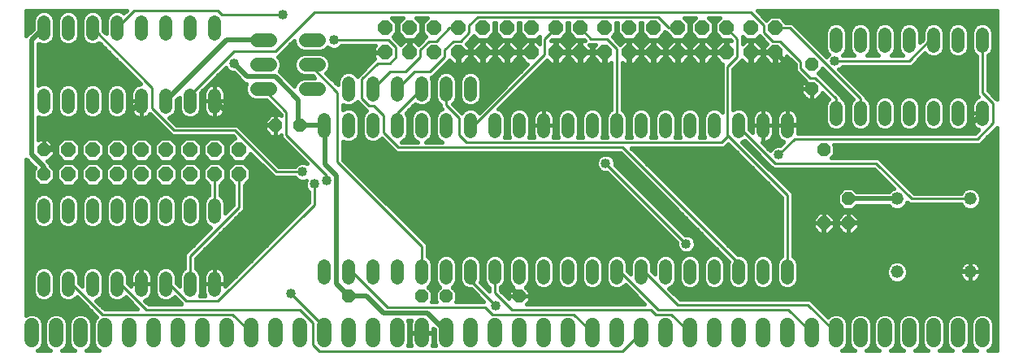
<source format=gbl>
G75*
%MOIN*%
%OFA0B0*%
%FSLAX24Y24*%
%IPPOS*%
%LPD*%
%AMOC8*
5,1,8,0,0,1.08239X$1,22.5*
%
%ADD10C,0.0600*%
%ADD11OC8,0.0600*%
%ADD12OC8,0.0520*%
%ADD13C,0.0520*%
%ADD14C,0.0520*%
%ADD15C,0.0560*%
%ADD16C,0.0200*%
%ADD17C,0.0400*%
%ADD18C,0.0160*%
%ADD19C,0.0100*%
D10*
X000917Y000880D02*
X000917Y001480D01*
X001917Y001480D02*
X001917Y000880D01*
X002917Y000880D02*
X002917Y001480D01*
X003917Y001480D02*
X003917Y000880D01*
X004917Y000880D02*
X004917Y001480D01*
X005917Y001480D02*
X005917Y000880D01*
X006917Y000880D02*
X006917Y001480D01*
X007917Y001480D02*
X007917Y000880D01*
X008917Y000880D02*
X008917Y001480D01*
X009917Y001480D02*
X009917Y000880D01*
X010917Y000880D02*
X010917Y001480D01*
X011917Y001480D02*
X011917Y000880D01*
X012917Y000880D02*
X012917Y001480D01*
X013917Y001480D02*
X013917Y000880D01*
X014917Y000880D02*
X014917Y001480D01*
X015917Y001480D02*
X015917Y000880D01*
X016917Y000880D02*
X016917Y001480D01*
X017917Y001480D02*
X017917Y000880D01*
X018917Y000880D02*
X018917Y001480D01*
X019917Y001480D02*
X019917Y000880D01*
X020917Y000880D02*
X020917Y001480D01*
X021917Y001480D02*
X021917Y000880D01*
X022917Y000880D02*
X022917Y001480D01*
X023917Y001480D02*
X023917Y000880D01*
X024917Y000880D02*
X024917Y001480D01*
X025917Y001480D02*
X025917Y000880D01*
X026917Y000880D02*
X026917Y001480D01*
X027917Y001480D02*
X027917Y000880D01*
X028917Y000880D02*
X028917Y001480D01*
X029917Y001480D02*
X029917Y000880D01*
X030917Y000880D02*
X030917Y001480D01*
X031917Y001480D02*
X031917Y000880D01*
X032917Y000880D02*
X032917Y001480D01*
X033917Y001480D02*
X033917Y000880D01*
X034917Y000880D02*
X034917Y001480D01*
X035917Y001480D02*
X035917Y000880D01*
X036917Y000880D02*
X036917Y001480D01*
X037917Y001480D02*
X037917Y000880D01*
X038917Y000880D02*
X038917Y001480D01*
X039917Y001480D02*
X039917Y000880D01*
D11*
X009417Y007680D03*
X008417Y007680D03*
X007417Y007680D03*
X006417Y007680D03*
X005417Y007680D03*
X004417Y007680D03*
X003417Y007680D03*
X002417Y007680D03*
X002417Y008680D03*
X003417Y008680D03*
X004417Y008680D03*
X005417Y008680D03*
X006417Y008680D03*
X007417Y008680D03*
X008417Y008680D03*
X009417Y008680D03*
X015417Y012680D03*
X016417Y012680D03*
X017417Y012680D03*
X018417Y012680D03*
X019417Y012680D03*
X020417Y012680D03*
X021417Y012680D03*
X022417Y012680D03*
X023417Y012680D03*
X024417Y012680D03*
X025417Y012680D03*
X026417Y012680D03*
X027417Y012680D03*
X028417Y012680D03*
X029417Y012680D03*
X030417Y012680D03*
X031417Y012680D03*
X031417Y013680D03*
X030417Y013680D03*
X029417Y013680D03*
X028417Y013680D03*
X027417Y013680D03*
X026417Y013680D03*
X025417Y013680D03*
X024417Y013680D03*
X023417Y013680D03*
X022417Y013680D03*
X021417Y013680D03*
X020417Y013680D03*
X019417Y013680D03*
X018417Y013680D03*
X017417Y013680D03*
X016417Y013680D03*
X015417Y013680D03*
D12*
X011917Y009680D03*
X010917Y009680D03*
X001417Y008680D03*
X001417Y007680D03*
X013917Y002680D03*
X016917Y002680D03*
X017917Y002680D03*
X020917Y002680D03*
X033417Y005680D03*
X034417Y005680D03*
X034417Y006680D03*
X033417Y008680D03*
X032917Y011180D03*
X032917Y012180D03*
D13*
X033917Y012920D02*
X033917Y013440D01*
X034917Y013440D02*
X034917Y012920D01*
X035917Y012920D02*
X035917Y013440D01*
X036917Y013440D02*
X036917Y012920D01*
X037917Y012920D02*
X037917Y013440D01*
X038917Y013440D02*
X038917Y012920D01*
X039917Y012920D02*
X039917Y013440D01*
X039917Y010440D02*
X039917Y009920D01*
X038917Y009920D02*
X038917Y010440D01*
X037917Y010440D02*
X037917Y009920D01*
X036917Y009920D02*
X036917Y010440D01*
X035917Y010440D02*
X035917Y009920D01*
X034917Y009920D02*
X034917Y010440D01*
X033917Y010440D02*
X033917Y009920D01*
X031917Y009940D02*
X031917Y009420D01*
X030917Y009420D02*
X030917Y009940D01*
X029917Y009940D02*
X029917Y009420D01*
X028917Y009420D02*
X028917Y009940D01*
X027917Y009940D02*
X027917Y009420D01*
X026917Y009420D02*
X026917Y009940D01*
X025917Y009940D02*
X025917Y009420D01*
X024917Y009420D02*
X024917Y009940D01*
X023917Y009940D02*
X023917Y009420D01*
X022917Y009420D02*
X022917Y009940D01*
X021917Y009940D02*
X021917Y009420D01*
X020917Y009420D02*
X020917Y009940D01*
X019917Y009940D02*
X019917Y009420D01*
X018917Y009420D02*
X018917Y009940D01*
X017917Y009940D02*
X017917Y009420D01*
X016917Y009420D02*
X016917Y009940D01*
X015917Y009940D02*
X015917Y009420D01*
X014917Y009420D02*
X014917Y009940D01*
X013917Y009940D02*
X013917Y009420D01*
X012917Y009420D02*
X012917Y009940D01*
X013917Y010920D02*
X013917Y011440D01*
X014917Y011440D02*
X014917Y010920D01*
X015917Y010920D02*
X015917Y011440D01*
X016917Y011440D02*
X016917Y010920D01*
X017917Y010920D02*
X017917Y011440D01*
X018917Y011440D02*
X018917Y010920D01*
X008417Y010940D02*
X008417Y010420D01*
X007417Y010420D02*
X007417Y010940D01*
X006417Y010940D02*
X006417Y010420D01*
X005417Y010420D02*
X005417Y010940D01*
X004417Y010940D02*
X004417Y010420D01*
X003417Y010420D02*
X003417Y010940D01*
X002417Y010940D02*
X002417Y010420D01*
X001417Y010420D02*
X001417Y010940D01*
X001417Y013420D02*
X001417Y013940D01*
X002417Y013940D02*
X002417Y013420D01*
X003417Y013420D02*
X003417Y013940D01*
X004417Y013940D02*
X004417Y013420D01*
X005417Y013420D02*
X005417Y013940D01*
X006417Y013940D02*
X006417Y013420D01*
X007417Y013420D02*
X007417Y013940D01*
X008417Y013940D02*
X008417Y013420D01*
X008417Y006440D02*
X008417Y005920D01*
X007417Y005920D02*
X007417Y006440D01*
X006417Y006440D02*
X006417Y005920D01*
X005417Y005920D02*
X005417Y006440D01*
X004417Y006440D02*
X004417Y005920D01*
X003417Y005920D02*
X003417Y006440D01*
X002417Y006440D02*
X002417Y005920D01*
X001417Y005920D02*
X001417Y006440D01*
X001417Y003440D02*
X001417Y002920D01*
X002417Y002920D02*
X002417Y003440D01*
X003417Y003440D02*
X003417Y002920D01*
X004417Y002920D02*
X004417Y003440D01*
X005417Y003440D02*
X005417Y002920D01*
X006417Y002920D02*
X006417Y003440D01*
X007417Y003440D02*
X007417Y002920D01*
X008417Y002920D02*
X008417Y003440D01*
X012917Y003420D02*
X012917Y003940D01*
X013917Y003940D02*
X013917Y003420D01*
X014917Y003420D02*
X014917Y003940D01*
X015917Y003940D02*
X015917Y003420D01*
X016917Y003420D02*
X016917Y003940D01*
X017917Y003940D02*
X017917Y003420D01*
X018917Y003420D02*
X018917Y003940D01*
X019917Y003940D02*
X019917Y003420D01*
X020917Y003420D02*
X020917Y003940D01*
X021917Y003940D02*
X021917Y003420D01*
X022917Y003420D02*
X022917Y003940D01*
X023917Y003940D02*
X023917Y003420D01*
X024917Y003420D02*
X024917Y003940D01*
X025917Y003940D02*
X025917Y003420D01*
X026917Y003420D02*
X026917Y003940D01*
X027917Y003940D02*
X027917Y003420D01*
X028917Y003420D02*
X028917Y003940D01*
X029917Y003940D02*
X029917Y003420D01*
X030917Y003420D02*
X030917Y003940D01*
X031917Y003940D02*
X031917Y003420D01*
D14*
X036417Y003680D03*
X039417Y003680D03*
X039417Y006680D03*
X036417Y006680D03*
D15*
X012697Y011180D02*
X012137Y011180D01*
X010697Y011180D02*
X010137Y011180D01*
X010137Y012180D02*
X010697Y012180D01*
X012137Y012180D02*
X012697Y012180D01*
X012697Y013180D02*
X012137Y013180D01*
X010697Y013180D02*
X010137Y013180D01*
D16*
X010417Y013180D02*
X008917Y013180D01*
X006417Y010680D01*
X005417Y010680D02*
X004667Y009930D01*
X004917Y009680D01*
X004917Y005730D01*
X005417Y005230D01*
X005417Y003180D01*
X013417Y003180D02*
X013917Y002680D01*
X014667Y002680D01*
X015367Y001980D01*
X017167Y001980D01*
X017917Y001230D01*
X017917Y001180D01*
X020417Y003180D02*
X020917Y002680D01*
X020417Y003180D02*
X020417Y004130D01*
X020717Y004430D01*
X029117Y004430D01*
X029417Y004130D01*
X029417Y003230D01*
X029717Y002930D01*
X032117Y002930D01*
X033417Y004230D01*
X033417Y005680D01*
X034417Y005680D02*
X035117Y005680D01*
X037117Y003680D01*
X039417Y003680D01*
X036417Y006680D02*
X034417Y006680D01*
X033717Y009430D02*
X039167Y009430D01*
X039917Y010180D01*
X033717Y009430D02*
X033467Y009680D01*
X031917Y009680D01*
X032917Y011180D02*
X031417Y012680D01*
X030417Y012680D01*
X029417Y012680D02*
X028417Y012680D01*
X027417Y012680D01*
X026417Y012680D01*
X025417Y012680D01*
X024417Y012680D02*
X023417Y012680D01*
X022417Y012680D01*
X021417Y012680D02*
X020417Y012680D01*
X019417Y012680D01*
X018417Y012680D01*
X011867Y010730D02*
X010917Y011680D01*
X009767Y011680D01*
X009217Y012230D01*
X011867Y010730D02*
X011867Y009730D01*
X011917Y009680D01*
X012917Y009680D01*
X012967Y009630D01*
X012967Y008080D01*
X013417Y007630D01*
X013417Y003180D01*
X017417Y002980D02*
X017417Y004130D01*
X017717Y004430D01*
X020117Y004430D01*
X020417Y004130D01*
X010917Y009680D02*
X009467Y009680D01*
X008467Y010680D01*
X008417Y010680D01*
X004667Y009930D02*
X002917Y009930D01*
X001667Y008680D01*
X001417Y008680D01*
X000917Y008480D02*
X000917Y013180D01*
X001417Y013680D01*
X000917Y008480D02*
X001417Y007980D01*
X001417Y007680D01*
D17*
X012017Y007780D03*
X013017Y007430D03*
X012517Y007280D03*
X017417Y002980D03*
X019967Y002280D03*
X027767Y004830D03*
X024467Y008130D03*
X031567Y008480D03*
X033867Y012330D03*
X013317Y013180D03*
X011217Y014230D03*
X009217Y012230D03*
X011567Y002780D03*
D18*
X001189Y000473D02*
X001157Y000460D01*
X001676Y000460D01*
X001645Y000473D01*
X001510Y000608D01*
X001437Y000785D01*
X001437Y001575D01*
X001510Y001752D01*
X001645Y001887D01*
X001821Y001960D01*
X002012Y001960D01*
X002189Y001887D01*
X002324Y001752D01*
X002397Y001575D01*
X002397Y000785D01*
X002324Y000608D01*
X002189Y000473D01*
X002157Y000460D01*
X002676Y000460D01*
X002645Y000473D01*
X002510Y000608D01*
X002437Y000785D01*
X002437Y001575D01*
X002510Y001752D01*
X002645Y001887D01*
X002821Y001960D01*
X003012Y001960D01*
X003189Y001887D01*
X003324Y001752D01*
X003397Y001575D01*
X003397Y000785D01*
X003324Y000608D01*
X003189Y000473D01*
X003157Y000460D01*
X003676Y000460D01*
X003645Y000473D01*
X003510Y000608D01*
X003437Y000785D01*
X003437Y001575D01*
X003510Y001752D01*
X003590Y001832D01*
X003587Y001835D01*
X002770Y002651D01*
X002666Y002547D01*
X002504Y002480D01*
X002329Y002480D01*
X002167Y002547D01*
X002044Y002671D01*
X001977Y002832D01*
X001977Y003528D01*
X002044Y003689D01*
X002167Y003813D01*
X002329Y003880D01*
X002504Y003880D01*
X002666Y003813D01*
X002790Y003689D01*
X002857Y003528D01*
X002857Y003215D01*
X002977Y003095D01*
X002977Y003528D01*
X003044Y003689D01*
X003167Y003813D01*
X003329Y003880D01*
X003504Y003880D01*
X003666Y003813D01*
X003790Y003689D01*
X003857Y003528D01*
X003857Y002832D01*
X003790Y002671D01*
X003666Y002547D01*
X003566Y002506D01*
X003912Y002160D01*
X005261Y002160D01*
X004770Y002651D01*
X004666Y002547D01*
X004504Y002480D01*
X004329Y002480D01*
X004167Y002547D01*
X004044Y002671D01*
X003977Y002832D01*
X003977Y003528D01*
X004044Y003689D01*
X004167Y003813D01*
X004329Y003880D01*
X004504Y003880D01*
X004666Y003813D01*
X004790Y003689D01*
X004857Y003528D01*
X004857Y003215D01*
X004977Y003095D01*
X004977Y003180D01*
X005417Y003180D01*
X005857Y003180D01*
X005857Y003475D01*
X005846Y003543D01*
X005824Y003609D01*
X005793Y003671D01*
X005752Y003727D01*
X005703Y003776D01*
X005647Y003816D01*
X005586Y003848D01*
X005520Y003869D01*
X005451Y003880D01*
X005417Y003880D01*
X005417Y003180D01*
X005417Y003180D01*
X005857Y003180D01*
X005857Y002885D01*
X005846Y002817D01*
X005824Y002751D01*
X005793Y002689D01*
X005752Y002633D01*
X005703Y002584D01*
X005647Y002544D01*
X005586Y002512D01*
X005566Y002506D01*
X005712Y002360D01*
X007061Y002360D01*
X007037Y002385D01*
X006770Y002651D01*
X006666Y002547D01*
X006504Y002480D01*
X006329Y002480D01*
X006167Y002547D01*
X006044Y002671D01*
X005977Y002832D01*
X005977Y003528D01*
X006044Y003689D01*
X006167Y003813D01*
X006329Y003880D01*
X006504Y003880D01*
X006666Y003813D01*
X006790Y003689D01*
X006857Y003528D01*
X006857Y003215D01*
X006977Y003095D01*
X006977Y003528D01*
X007044Y003689D01*
X007167Y003813D01*
X007187Y003821D01*
X007187Y004425D01*
X008267Y005506D01*
X008167Y005547D01*
X008044Y005671D01*
X007977Y005832D01*
X007977Y006528D01*
X008044Y006689D01*
X008167Y006813D01*
X008187Y006821D01*
X008187Y007231D01*
X007937Y007481D01*
X007937Y007879D01*
X008218Y008160D01*
X008615Y008160D01*
X008897Y007879D01*
X008897Y007481D01*
X008647Y007231D01*
X008647Y006821D01*
X008666Y006813D01*
X008790Y006689D01*
X008857Y006528D01*
X008857Y006095D01*
X009187Y006425D01*
X009187Y007231D01*
X008937Y007481D01*
X008937Y007879D01*
X009218Y008160D01*
X009615Y008160D01*
X009897Y007879D01*
X009897Y007481D01*
X009647Y007231D01*
X009647Y006235D01*
X009512Y006100D01*
X007647Y004235D01*
X007647Y003821D01*
X007666Y003813D01*
X007790Y003689D01*
X007857Y003528D01*
X007857Y002832D01*
X007806Y002710D01*
X008030Y002710D01*
X008009Y002751D01*
X007988Y002817D01*
X007977Y002885D01*
X007977Y003180D01*
X008417Y003180D01*
X008857Y003180D01*
X008857Y003475D01*
X008846Y003543D01*
X008824Y003609D01*
X008793Y003671D01*
X008752Y003727D01*
X008703Y003776D01*
X008647Y003816D01*
X008586Y003848D01*
X008520Y003869D01*
X008451Y003880D01*
X008417Y003880D01*
X008417Y003180D01*
X008417Y003180D01*
X008857Y003180D01*
X008857Y003095D01*
X012287Y006525D01*
X012287Y006973D01*
X012195Y007065D01*
X012137Y007204D01*
X012137Y007356D01*
X012168Y007431D01*
X012092Y007400D01*
X011941Y007400D01*
X011801Y007458D01*
X011709Y007550D01*
X010871Y007550D01*
X009897Y008525D01*
X009897Y008481D01*
X009615Y008200D01*
X009218Y008200D01*
X008937Y008481D01*
X008937Y008879D01*
X009218Y009160D01*
X009261Y009160D01*
X009171Y009250D01*
X006671Y009250D01*
X005771Y010150D01*
X005767Y010154D01*
X005752Y010133D01*
X005703Y010084D01*
X005647Y010044D01*
X005586Y010012D01*
X005520Y009991D01*
X005451Y009980D01*
X005417Y009980D01*
X005417Y010680D01*
X005417Y010680D01*
X005417Y009980D01*
X005382Y009980D01*
X005314Y009991D01*
X005248Y010012D01*
X005186Y010044D01*
X005130Y010084D01*
X005081Y010133D01*
X005040Y010189D01*
X005009Y010251D01*
X004988Y010317D01*
X004977Y010385D01*
X004977Y010680D01*
X005417Y010680D01*
X005417Y010680D01*
X004977Y010680D01*
X004977Y010975D01*
X004988Y011043D01*
X005009Y011109D01*
X005040Y011171D01*
X005081Y011227D01*
X005130Y011276D01*
X005186Y011316D01*
X005248Y011348D01*
X005314Y011369D01*
X005382Y011380D01*
X005391Y011380D01*
X003695Y013076D01*
X003666Y013047D01*
X003504Y012980D01*
X003329Y012980D01*
X003167Y013047D01*
X003044Y013171D01*
X002977Y013332D01*
X002977Y014028D01*
X003044Y014189D01*
X003167Y014313D01*
X003329Y014380D01*
X003504Y014380D01*
X003666Y014313D01*
X003790Y014189D01*
X003857Y014028D01*
X003857Y013565D01*
X003977Y013445D01*
X003977Y014028D01*
X004044Y014189D01*
X004167Y014313D01*
X004329Y014380D01*
X004504Y014380D01*
X004666Y014313D01*
X004695Y014284D01*
X004807Y014396D01*
X000697Y014396D01*
X000697Y013356D01*
X000977Y013636D01*
X000977Y014028D01*
X001044Y014189D01*
X001167Y014313D01*
X001329Y014380D01*
X001504Y014380D01*
X001666Y014313D01*
X001790Y014189D01*
X001857Y014028D01*
X001857Y013332D01*
X001790Y013171D01*
X001666Y013047D01*
X001504Y012980D01*
X001329Y012980D01*
X001197Y013035D01*
X001197Y011325D01*
X001329Y011380D01*
X001504Y011380D01*
X001666Y011313D01*
X001790Y011189D01*
X001857Y011028D01*
X001857Y010332D01*
X001790Y010171D01*
X001666Y010047D01*
X001504Y009980D01*
X001329Y009980D01*
X001197Y010035D01*
X001197Y009082D01*
X001234Y009120D01*
X001417Y009120D01*
X001417Y008680D01*
X001857Y008680D01*
X001857Y008862D01*
X001599Y009120D01*
X001417Y009120D01*
X001417Y008680D01*
X001417Y008680D01*
X001857Y008680D01*
X001857Y008498D01*
X001599Y008240D01*
X001553Y008240D01*
X001654Y008139D01*
X001697Y008036D01*
X001697Y008022D01*
X001857Y007862D01*
X001857Y007498D01*
X001599Y007240D01*
X001234Y007240D01*
X000977Y007498D01*
X000977Y007862D01*
X001058Y007943D01*
X000758Y008243D01*
X000697Y008304D01*
X000697Y001908D01*
X000821Y001960D01*
X001012Y001960D01*
X001189Y001887D01*
X001324Y001752D01*
X001397Y001575D01*
X001397Y000785D01*
X001324Y000608D01*
X001189Y000473D01*
X001212Y000497D02*
X001621Y000497D01*
X001490Y000656D02*
X001343Y000656D01*
X001397Y000814D02*
X001437Y000814D01*
X001437Y000973D02*
X001397Y000973D01*
X001397Y001131D02*
X001437Y001131D01*
X001437Y001290D02*
X001397Y001290D01*
X001397Y001448D02*
X001437Y001448D01*
X001450Y001607D02*
X001384Y001607D01*
X001310Y001765D02*
X001523Y001765D01*
X001733Y001924D02*
X001100Y001924D01*
X000733Y001924D02*
X000697Y001924D01*
X000697Y002082D02*
X003339Y002082D01*
X003181Y002241D02*
X000697Y002241D01*
X000697Y002399D02*
X003022Y002399D01*
X002864Y002558D02*
X002676Y002558D01*
X002157Y002558D02*
X001676Y002558D01*
X001666Y002547D02*
X001790Y002671D01*
X001857Y002832D01*
X001857Y003528D01*
X001790Y003689D01*
X001666Y003813D01*
X001504Y003880D01*
X001329Y003880D01*
X001167Y003813D01*
X001044Y003689D01*
X000977Y003528D01*
X000977Y002832D01*
X001044Y002671D01*
X001167Y002547D01*
X001329Y002480D01*
X001504Y002480D01*
X001666Y002547D01*
X001808Y002716D02*
X002025Y002716D01*
X001977Y002875D02*
X001857Y002875D01*
X001857Y003033D02*
X001977Y003033D01*
X001977Y003192D02*
X001857Y003192D01*
X001857Y003350D02*
X001977Y003350D01*
X001977Y003509D02*
X001857Y003509D01*
X001799Y003667D02*
X002034Y003667D01*
X002198Y003826D02*
X001636Y003826D01*
X001198Y003826D02*
X000697Y003826D01*
X000697Y003984D02*
X007187Y003984D01*
X007187Y003826D02*
X006636Y003826D01*
X006799Y003667D02*
X007034Y003667D01*
X006977Y003509D02*
X006857Y003509D01*
X006857Y003350D02*
X006977Y003350D01*
X006977Y003192D02*
X006880Y003192D01*
X005977Y003192D02*
X005857Y003192D01*
X005857Y003350D02*
X005977Y003350D01*
X005977Y003509D02*
X005851Y003509D01*
X005795Y003667D02*
X006034Y003667D01*
X006198Y003826D02*
X005629Y003826D01*
X005417Y003826D02*
X005417Y003826D01*
X005417Y003880D02*
X005382Y003880D01*
X005314Y003869D01*
X005248Y003848D01*
X005186Y003816D01*
X005130Y003776D01*
X005081Y003727D01*
X005040Y003671D01*
X005009Y003609D01*
X004988Y003543D01*
X004977Y003475D01*
X004977Y003180D01*
X005417Y003180D01*
X005417Y003180D01*
X005417Y003880D01*
X005417Y003667D02*
X005417Y003667D01*
X005417Y003509D02*
X005417Y003509D01*
X005417Y003350D02*
X005417Y003350D01*
X005417Y003192D02*
X005417Y003192D01*
X005417Y003180D02*
X005417Y003180D01*
X004977Y003192D02*
X004880Y003192D01*
X004857Y003350D02*
X004977Y003350D01*
X004982Y003509D02*
X004857Y003509D01*
X004799Y003667D02*
X005039Y003667D01*
X005204Y003826D02*
X004636Y003826D01*
X004198Y003826D02*
X003636Y003826D01*
X003799Y003667D02*
X004034Y003667D01*
X003977Y003509D02*
X003857Y003509D01*
X003857Y003350D02*
X003977Y003350D01*
X003977Y003192D02*
X003857Y003192D01*
X003857Y003033D02*
X003977Y003033D01*
X003977Y002875D02*
X003857Y002875D01*
X003808Y002716D02*
X004025Y002716D01*
X004157Y002558D02*
X003676Y002558D01*
X003673Y002399D02*
X005022Y002399D01*
X004864Y002558D02*
X004676Y002558D01*
X005181Y002241D02*
X003831Y002241D01*
X003498Y001924D02*
X003100Y001924D01*
X003310Y001765D02*
X003523Y001765D01*
X003450Y001607D02*
X003384Y001607D01*
X003397Y001448D02*
X003437Y001448D01*
X003437Y001290D02*
X003397Y001290D01*
X003397Y001131D02*
X003437Y001131D01*
X003437Y000973D02*
X003397Y000973D01*
X003397Y000814D02*
X003437Y000814D01*
X003490Y000656D02*
X003343Y000656D01*
X003212Y000497D02*
X003621Y000497D01*
X002621Y000497D02*
X002212Y000497D01*
X002343Y000656D02*
X002490Y000656D01*
X002437Y000814D02*
X002397Y000814D01*
X002397Y000973D02*
X002437Y000973D01*
X002437Y001131D02*
X002397Y001131D01*
X002397Y001290D02*
X002437Y001290D01*
X002437Y001448D02*
X002397Y001448D01*
X002384Y001607D02*
X002450Y001607D01*
X002523Y001765D02*
X002310Y001765D01*
X002100Y001924D02*
X002733Y001924D01*
X001157Y002558D02*
X000697Y002558D01*
X000697Y002716D02*
X001025Y002716D01*
X000977Y002875D02*
X000697Y002875D01*
X000697Y003033D02*
X000977Y003033D01*
X000977Y003192D02*
X000697Y003192D01*
X000697Y003350D02*
X000977Y003350D01*
X000977Y003509D02*
X000697Y003509D01*
X000697Y003667D02*
X001034Y003667D01*
X000697Y004143D02*
X007187Y004143D01*
X007187Y004301D02*
X000697Y004301D01*
X000697Y004460D02*
X007221Y004460D01*
X007379Y004618D02*
X000697Y004618D01*
X000697Y004777D02*
X007538Y004777D01*
X007696Y004935D02*
X000697Y004935D01*
X000697Y005094D02*
X007855Y005094D01*
X008013Y005252D02*
X000697Y005252D01*
X000697Y005411D02*
X008172Y005411D01*
X008145Y005569D02*
X007688Y005569D01*
X007666Y005547D02*
X007790Y005671D01*
X007857Y005832D01*
X007857Y006528D01*
X007790Y006689D01*
X007666Y006813D01*
X007504Y006880D01*
X007329Y006880D01*
X007167Y006813D01*
X007044Y006689D01*
X006977Y006528D01*
X006977Y005832D01*
X007044Y005671D01*
X007167Y005547D01*
X007329Y005480D01*
X007504Y005480D01*
X007666Y005547D01*
X007813Y005728D02*
X008020Y005728D01*
X007977Y005886D02*
X007857Y005886D01*
X007857Y006045D02*
X007977Y006045D01*
X007977Y006203D02*
X007857Y006203D01*
X007857Y006362D02*
X007977Y006362D01*
X007977Y006520D02*
X007857Y006520D01*
X007794Y006679D02*
X008039Y006679D01*
X008187Y006837D02*
X007608Y006837D01*
X007225Y006837D02*
X006608Y006837D01*
X006666Y006813D02*
X006504Y006880D01*
X006329Y006880D01*
X006167Y006813D01*
X006044Y006689D01*
X005977Y006528D01*
X005977Y005832D01*
X006044Y005671D01*
X006167Y005547D01*
X006329Y005480D01*
X006504Y005480D01*
X006666Y005547D01*
X006790Y005671D01*
X006857Y005832D01*
X006857Y006528D01*
X006790Y006689D01*
X006666Y006813D01*
X006794Y006679D02*
X007039Y006679D01*
X006977Y006520D02*
X006857Y006520D01*
X006857Y006362D02*
X006977Y006362D01*
X006977Y006203D02*
X006857Y006203D01*
X006857Y006045D02*
X006977Y006045D01*
X006977Y005886D02*
X006857Y005886D01*
X006813Y005728D02*
X007020Y005728D01*
X007145Y005569D02*
X006688Y005569D01*
X006145Y005569D02*
X005688Y005569D01*
X005666Y005547D02*
X005790Y005671D01*
X005857Y005832D01*
X005857Y006528D01*
X005790Y006689D01*
X005666Y006813D01*
X005504Y006880D01*
X005329Y006880D01*
X005167Y006813D01*
X005044Y006689D01*
X004977Y006528D01*
X004977Y005832D01*
X005044Y005671D01*
X005167Y005547D01*
X005329Y005480D01*
X005504Y005480D01*
X005666Y005547D01*
X005813Y005728D02*
X006020Y005728D01*
X005977Y005886D02*
X005857Y005886D01*
X005857Y006045D02*
X005977Y006045D01*
X005977Y006203D02*
X005857Y006203D01*
X005857Y006362D02*
X005977Y006362D01*
X005977Y006520D02*
X005857Y006520D01*
X005794Y006679D02*
X006039Y006679D01*
X006225Y006837D02*
X005608Y006837D01*
X005225Y006837D02*
X004608Y006837D01*
X004666Y006813D02*
X004504Y006880D01*
X004329Y006880D01*
X004167Y006813D01*
X004044Y006689D01*
X003977Y006528D01*
X003977Y005832D01*
X004044Y005671D01*
X004167Y005547D01*
X004329Y005480D01*
X004504Y005480D01*
X004666Y005547D01*
X004790Y005671D01*
X004857Y005832D01*
X004857Y006528D01*
X004790Y006689D01*
X004666Y006813D01*
X004794Y006679D02*
X005039Y006679D01*
X004977Y006520D02*
X004857Y006520D01*
X004857Y006362D02*
X004977Y006362D01*
X004977Y006203D02*
X004857Y006203D01*
X004857Y006045D02*
X004977Y006045D01*
X004977Y005886D02*
X004857Y005886D01*
X004813Y005728D02*
X005020Y005728D01*
X005145Y005569D02*
X004688Y005569D01*
X004145Y005569D02*
X003688Y005569D01*
X003666Y005547D02*
X003790Y005671D01*
X003857Y005832D01*
X003857Y006528D01*
X003790Y006689D01*
X003666Y006813D01*
X003504Y006880D01*
X003329Y006880D01*
X003167Y006813D01*
X003044Y006689D01*
X002977Y006528D01*
X002977Y005832D01*
X003044Y005671D01*
X003167Y005547D01*
X003329Y005480D01*
X003504Y005480D01*
X003666Y005547D01*
X003813Y005728D02*
X004020Y005728D01*
X003977Y005886D02*
X003857Y005886D01*
X003857Y006045D02*
X003977Y006045D01*
X003977Y006203D02*
X003857Y006203D01*
X003857Y006362D02*
X003977Y006362D01*
X003977Y006520D02*
X003857Y006520D01*
X003794Y006679D02*
X004039Y006679D01*
X004225Y006837D02*
X003608Y006837D01*
X003225Y006837D02*
X002608Y006837D01*
X002666Y006813D02*
X002504Y006880D01*
X002329Y006880D01*
X002167Y006813D01*
X002044Y006689D01*
X001977Y006528D01*
X001977Y005832D01*
X002044Y005671D01*
X002167Y005547D01*
X002329Y005480D01*
X002504Y005480D01*
X002666Y005547D01*
X002790Y005671D01*
X002857Y005832D01*
X002857Y006528D01*
X002790Y006689D01*
X002666Y006813D01*
X002794Y006679D02*
X003039Y006679D01*
X002977Y006520D02*
X002857Y006520D01*
X002857Y006362D02*
X002977Y006362D01*
X002977Y006203D02*
X002857Y006203D01*
X002857Y006045D02*
X002977Y006045D01*
X002977Y005886D02*
X002857Y005886D01*
X002813Y005728D02*
X003020Y005728D01*
X003145Y005569D02*
X002688Y005569D01*
X002145Y005569D02*
X001688Y005569D01*
X001666Y005547D02*
X001790Y005671D01*
X001857Y005832D01*
X001857Y006528D01*
X001790Y006689D01*
X001666Y006813D01*
X001504Y006880D01*
X001329Y006880D01*
X001167Y006813D01*
X001044Y006689D01*
X000977Y006528D01*
X000977Y005832D01*
X001044Y005671D01*
X001167Y005547D01*
X001329Y005480D01*
X001504Y005480D01*
X001666Y005547D01*
X001813Y005728D02*
X002020Y005728D01*
X001977Y005886D02*
X001857Y005886D01*
X001857Y006045D02*
X001977Y006045D01*
X001977Y006203D02*
X001857Y006203D01*
X001857Y006362D02*
X001977Y006362D01*
X001977Y006520D02*
X001857Y006520D01*
X001794Y006679D02*
X002039Y006679D01*
X002225Y006837D02*
X001608Y006837D01*
X001225Y006837D02*
X000697Y006837D01*
X000697Y006679D02*
X001039Y006679D01*
X000977Y006520D02*
X000697Y006520D01*
X000697Y006362D02*
X000977Y006362D01*
X000977Y006203D02*
X000697Y006203D01*
X000697Y006045D02*
X000977Y006045D01*
X000977Y005886D02*
X000697Y005886D01*
X000697Y005728D02*
X001020Y005728D01*
X001145Y005569D02*
X000697Y005569D01*
X000697Y006996D02*
X008187Y006996D01*
X008187Y007154D02*
X000697Y007154D01*
X000697Y007313D02*
X001162Y007313D01*
X001003Y007471D02*
X000697Y007471D01*
X000697Y007630D02*
X000977Y007630D01*
X000977Y007788D02*
X000697Y007788D01*
X000697Y007947D02*
X001054Y007947D01*
X000896Y008105D02*
X000697Y008105D01*
X000697Y008264D02*
X000737Y008264D01*
X001622Y008264D02*
X002154Y008264D01*
X002218Y008200D02*
X002615Y008200D01*
X002897Y008481D01*
X002897Y008879D01*
X002615Y009160D01*
X002218Y009160D01*
X001937Y008879D01*
X001937Y008481D01*
X002218Y008200D01*
X002218Y008160D02*
X001937Y007879D01*
X001937Y007481D01*
X002218Y007200D01*
X002615Y007200D01*
X002897Y007481D01*
X002897Y007879D01*
X002615Y008160D01*
X002218Y008160D01*
X002163Y008105D02*
X001668Y008105D01*
X001772Y007947D02*
X002004Y007947D01*
X001937Y007788D02*
X001857Y007788D01*
X001857Y007630D02*
X001937Y007630D01*
X001947Y007471D02*
X001830Y007471D01*
X001671Y007313D02*
X002105Y007313D01*
X002728Y007313D02*
X003105Y007313D01*
X003218Y007200D02*
X003615Y007200D01*
X003897Y007481D01*
X003897Y007879D01*
X003615Y008160D01*
X003218Y008160D01*
X002937Y007879D01*
X002937Y007481D01*
X003218Y007200D01*
X002947Y007471D02*
X002886Y007471D01*
X002897Y007630D02*
X002937Y007630D01*
X002937Y007788D02*
X002897Y007788D01*
X002829Y007947D02*
X003004Y007947D01*
X003163Y008105D02*
X002670Y008105D01*
X002679Y008264D02*
X003154Y008264D01*
X003218Y008200D02*
X003615Y008200D01*
X003897Y008481D01*
X003897Y008879D01*
X003615Y009160D01*
X003218Y009160D01*
X002937Y008879D01*
X002937Y008481D01*
X003218Y008200D01*
X002996Y008422D02*
X002838Y008422D01*
X002897Y008581D02*
X002937Y008581D01*
X002937Y008739D02*
X002897Y008739D01*
X002878Y008898D02*
X002955Y008898D01*
X003114Y009056D02*
X002719Y009056D01*
X002114Y009056D02*
X001663Y009056D01*
X001821Y008898D02*
X001955Y008898D01*
X001937Y008739D02*
X001857Y008739D01*
X001857Y008581D02*
X001937Y008581D01*
X001996Y008422D02*
X001781Y008422D01*
X001417Y008680D02*
X001417Y008680D01*
X001417Y008739D02*
X001417Y008739D01*
X001417Y008898D02*
X001417Y008898D01*
X001417Y009056D02*
X001417Y009056D01*
X001197Y009215D02*
X009207Y009215D01*
X009699Y009373D02*
X010601Y009373D01*
X010477Y009498D02*
X010734Y009240D01*
X010917Y009240D01*
X011099Y009240D01*
X011137Y009278D01*
X011137Y009185D01*
X011271Y009050D01*
X012210Y008111D01*
X012092Y008160D01*
X011941Y008160D01*
X011801Y008102D01*
X011709Y008010D01*
X011062Y008010D01*
X009497Y009575D01*
X009362Y009710D01*
X006862Y009710D01*
X006566Y010006D01*
X006666Y010047D01*
X006790Y010171D01*
X006857Y010332D01*
X006857Y010724D01*
X006977Y010844D01*
X006977Y010332D01*
X007044Y010171D01*
X007167Y010047D01*
X007329Y009980D01*
X007504Y009980D01*
X007666Y010047D01*
X007790Y010171D01*
X007857Y010332D01*
X007857Y011028D01*
X007852Y011040D01*
X008875Y012063D01*
X008895Y012015D01*
X009001Y011908D01*
X009141Y011850D01*
X009201Y011850D01*
X009608Y011443D01*
X009711Y011400D01*
X009730Y011400D01*
X009677Y011271D01*
X009677Y011088D01*
X009747Y010919D01*
X009876Y010790D01*
X010045Y010720D01*
X010551Y010720D01*
X011137Y010135D01*
X011137Y010082D01*
X011099Y010120D01*
X010917Y010120D01*
X010917Y009680D01*
X010917Y009240D01*
X010917Y009680D01*
X010917Y009680D01*
X010917Y009680D01*
X010917Y010120D01*
X010734Y010120D01*
X010477Y009862D01*
X010477Y009680D01*
X010477Y009498D01*
X010477Y009532D02*
X009540Y009532D01*
X009382Y009690D02*
X010477Y009690D01*
X010477Y009680D02*
X010917Y009680D01*
X010477Y009680D01*
X010477Y009849D02*
X006723Y009849D01*
X006569Y010007D02*
X007264Y010007D01*
X007049Y010166D02*
X006784Y010166D01*
X006853Y010324D02*
X006980Y010324D01*
X006977Y010483D02*
X006857Y010483D01*
X006857Y010641D02*
X006977Y010641D01*
X006977Y010800D02*
X006932Y010800D01*
X007857Y010800D02*
X007977Y010800D01*
X007977Y010680D02*
X008417Y010680D01*
X008857Y010680D01*
X008857Y010975D01*
X008846Y011043D01*
X008824Y011109D01*
X008793Y011171D01*
X008752Y011227D01*
X008703Y011276D01*
X008647Y011316D01*
X008586Y011348D01*
X008520Y011369D01*
X008451Y011380D01*
X008417Y011380D01*
X008417Y010680D01*
X008417Y010680D01*
X008857Y010680D01*
X008857Y010385D01*
X008846Y010317D01*
X008824Y010251D01*
X008793Y010189D01*
X008752Y010133D01*
X008703Y010084D01*
X008647Y010044D01*
X008586Y010012D01*
X008520Y009991D01*
X008451Y009980D01*
X008417Y009980D01*
X008417Y010680D01*
X008417Y010680D01*
X008417Y010680D01*
X008417Y009980D01*
X008382Y009980D01*
X008314Y009991D01*
X008248Y010012D01*
X008186Y010044D01*
X008130Y010084D01*
X008081Y010133D01*
X008040Y010189D01*
X008009Y010251D01*
X007988Y010317D01*
X007977Y010385D01*
X007977Y010680D01*
X008417Y010680D01*
X008417Y011380D01*
X008382Y011380D01*
X008314Y011369D01*
X008248Y011348D01*
X008186Y011316D01*
X008130Y011276D01*
X008081Y011227D01*
X008040Y011171D01*
X008009Y011109D01*
X007988Y011043D01*
X007977Y010975D01*
X007977Y010680D01*
X007977Y010641D02*
X007857Y010641D01*
X007857Y010483D02*
X007977Y010483D01*
X007986Y010324D02*
X007853Y010324D01*
X007784Y010166D02*
X008058Y010166D01*
X008264Y010007D02*
X007569Y010007D01*
X008417Y010007D02*
X008417Y010007D01*
X008569Y010007D02*
X010621Y010007D01*
X010917Y010007D02*
X010917Y010007D01*
X010917Y009849D02*
X010917Y009849D01*
X010917Y009690D02*
X010917Y009690D01*
X010917Y009680D02*
X010917Y009680D01*
X010917Y009532D02*
X010917Y009532D01*
X010917Y009373D02*
X010917Y009373D01*
X011137Y009215D02*
X009857Y009215D01*
X010016Y009056D02*
X011265Y009056D01*
X011424Y008898D02*
X010174Y008898D01*
X010333Y008739D02*
X011582Y008739D01*
X011741Y008581D02*
X010491Y008581D01*
X010650Y008422D02*
X011899Y008422D01*
X012058Y008264D02*
X010808Y008264D01*
X010967Y008105D02*
X011808Y008105D01*
X010792Y007630D02*
X009897Y007630D01*
X009897Y007788D02*
X010633Y007788D01*
X010475Y007947D02*
X009829Y007947D01*
X009670Y008105D02*
X010316Y008105D01*
X010158Y008264D02*
X009679Y008264D01*
X009838Y008422D02*
X009999Y008422D01*
X009154Y008264D02*
X008679Y008264D01*
X008615Y008200D02*
X008897Y008481D01*
X008897Y008879D01*
X008615Y009160D01*
X008218Y009160D01*
X007937Y008879D01*
X007937Y008481D01*
X008218Y008200D01*
X008615Y008200D01*
X008670Y008105D02*
X009163Y008105D01*
X009004Y007947D02*
X008829Y007947D01*
X008897Y007788D02*
X008937Y007788D01*
X008937Y007630D02*
X008897Y007630D01*
X008886Y007471D02*
X008947Y007471D01*
X009105Y007313D02*
X008728Y007313D01*
X008647Y007154D02*
X009187Y007154D01*
X009187Y006996D02*
X008647Y006996D01*
X008647Y006837D02*
X009187Y006837D01*
X009187Y006679D02*
X008794Y006679D01*
X008857Y006520D02*
X009187Y006520D01*
X009123Y006362D02*
X008857Y006362D01*
X008857Y006203D02*
X008964Y006203D01*
X009456Y006045D02*
X011806Y006045D01*
X011964Y006203D02*
X009615Y006203D01*
X009647Y006362D02*
X012123Y006362D01*
X012281Y006520D02*
X009647Y006520D01*
X009647Y006679D02*
X012287Y006679D01*
X012287Y006837D02*
X009647Y006837D01*
X009647Y006996D02*
X012264Y006996D01*
X012158Y007154D02*
X009647Y007154D01*
X009728Y007313D02*
X012137Y007313D01*
X011788Y007471D02*
X009886Y007471D01*
X008105Y007313D02*
X007728Y007313D01*
X007615Y007200D02*
X007218Y007200D01*
X006937Y007481D01*
X006937Y007879D01*
X007218Y008160D01*
X007615Y008160D01*
X007897Y007879D01*
X007897Y007481D01*
X007615Y007200D01*
X007105Y007313D02*
X006728Y007313D01*
X006615Y007200D02*
X006218Y007200D01*
X005937Y007481D01*
X005937Y007879D01*
X006218Y008160D01*
X006615Y008160D01*
X006897Y007879D01*
X006897Y007481D01*
X006615Y007200D01*
X006886Y007471D02*
X006947Y007471D01*
X006937Y007630D02*
X006897Y007630D01*
X006897Y007788D02*
X006937Y007788D01*
X007004Y007947D02*
X006829Y007947D01*
X006670Y008105D02*
X007163Y008105D01*
X007218Y008200D02*
X007615Y008200D01*
X007897Y008481D01*
X007897Y008879D01*
X007615Y009160D01*
X007218Y009160D01*
X006937Y008879D01*
X006937Y008481D01*
X007218Y008200D01*
X007154Y008264D02*
X006679Y008264D01*
X006615Y008200D02*
X006897Y008481D01*
X006897Y008879D01*
X006615Y009160D01*
X006218Y009160D01*
X005937Y008879D01*
X005937Y008481D01*
X006218Y008200D01*
X006615Y008200D01*
X006838Y008422D02*
X006996Y008422D01*
X006937Y008581D02*
X006897Y008581D01*
X006897Y008739D02*
X006937Y008739D01*
X006955Y008898D02*
X006878Y008898D01*
X006719Y009056D02*
X007114Y009056D01*
X007719Y009056D02*
X008114Y009056D01*
X007955Y008898D02*
X007878Y008898D01*
X007897Y008739D02*
X007937Y008739D01*
X007937Y008581D02*
X007897Y008581D01*
X007838Y008422D02*
X007996Y008422D01*
X008154Y008264D02*
X007679Y008264D01*
X007670Y008105D02*
X008163Y008105D01*
X008004Y007947D02*
X007829Y007947D01*
X007897Y007788D02*
X007937Y007788D01*
X007937Y007630D02*
X007897Y007630D01*
X007886Y007471D02*
X007947Y007471D01*
X006105Y007313D02*
X005728Y007313D01*
X005615Y007200D02*
X005218Y007200D01*
X004937Y007481D01*
X004937Y007879D01*
X005218Y008160D01*
X005615Y008160D01*
X005897Y007879D01*
X005897Y007481D01*
X005615Y007200D01*
X005105Y007313D02*
X004728Y007313D01*
X004615Y007200D02*
X004218Y007200D01*
X003937Y007481D01*
X003937Y007879D01*
X004218Y008160D01*
X004615Y008160D01*
X004897Y007879D01*
X004897Y007481D01*
X004615Y007200D01*
X004886Y007471D02*
X004947Y007471D01*
X004937Y007630D02*
X004897Y007630D01*
X004897Y007788D02*
X004937Y007788D01*
X005004Y007947D02*
X004829Y007947D01*
X004670Y008105D02*
X005163Y008105D01*
X005218Y008200D02*
X005615Y008200D01*
X005897Y008481D01*
X005897Y008879D01*
X005615Y009160D01*
X005218Y009160D01*
X004937Y008879D01*
X004937Y008481D01*
X005218Y008200D01*
X005154Y008264D02*
X004679Y008264D01*
X004615Y008200D02*
X004897Y008481D01*
X004897Y008879D01*
X004615Y009160D01*
X004218Y009160D01*
X003937Y008879D01*
X003937Y008481D01*
X004218Y008200D01*
X004615Y008200D01*
X004838Y008422D02*
X004996Y008422D01*
X004937Y008581D02*
X004897Y008581D01*
X004897Y008739D02*
X004937Y008739D01*
X004955Y008898D02*
X004878Y008898D01*
X004719Y009056D02*
X005114Y009056D01*
X005719Y009056D02*
X006114Y009056D01*
X005955Y008898D02*
X005878Y008898D01*
X005897Y008739D02*
X005937Y008739D01*
X005937Y008581D02*
X005897Y008581D01*
X005838Y008422D02*
X005996Y008422D01*
X006154Y008264D02*
X005679Y008264D01*
X005670Y008105D02*
X006163Y008105D01*
X006004Y007947D02*
X005829Y007947D01*
X005897Y007788D02*
X005937Y007788D01*
X005937Y007630D02*
X005897Y007630D01*
X005886Y007471D02*
X005947Y007471D01*
X004163Y008105D02*
X003670Y008105D01*
X003679Y008264D02*
X004154Y008264D01*
X003996Y008422D02*
X003838Y008422D01*
X003897Y008581D02*
X003937Y008581D01*
X003937Y008739D02*
X003897Y008739D01*
X003878Y008898D02*
X003955Y008898D01*
X004114Y009056D02*
X003719Y009056D01*
X006073Y009849D02*
X001197Y009849D01*
X001197Y010007D02*
X001264Y010007D01*
X001569Y010007D02*
X002264Y010007D01*
X002329Y009980D02*
X002504Y009980D01*
X002666Y010047D01*
X002790Y010171D01*
X002857Y010332D01*
X002857Y011028D01*
X002790Y011189D01*
X002666Y011313D01*
X002504Y011380D01*
X002329Y011380D01*
X002167Y011313D01*
X002044Y011189D01*
X001977Y011028D01*
X001977Y010332D01*
X002044Y010171D01*
X002167Y010047D01*
X002329Y009980D01*
X002569Y010007D02*
X003264Y010007D01*
X003329Y009980D02*
X003167Y010047D01*
X003044Y010171D01*
X002977Y010332D01*
X002977Y011028D01*
X003044Y011189D01*
X003167Y011313D01*
X003329Y011380D01*
X003504Y011380D01*
X003666Y011313D01*
X003790Y011189D01*
X003857Y011028D01*
X003857Y010332D01*
X003790Y010171D01*
X003666Y010047D01*
X003504Y009980D01*
X003329Y009980D01*
X003569Y010007D02*
X004264Y010007D01*
X004329Y009980D02*
X004504Y009980D01*
X004666Y010047D01*
X004790Y010171D01*
X004857Y010332D01*
X004857Y011028D01*
X004790Y011189D01*
X004666Y011313D01*
X004504Y011380D01*
X004329Y011380D01*
X004167Y011313D01*
X004044Y011189D01*
X003977Y011028D01*
X003977Y010332D01*
X004044Y010171D01*
X004167Y010047D01*
X004329Y009980D01*
X004569Y010007D02*
X005264Y010007D01*
X005417Y010007D02*
X005417Y010007D01*
X005569Y010007D02*
X005914Y010007D01*
X005417Y010166D02*
X005417Y010166D01*
X005417Y010324D02*
X005417Y010324D01*
X005417Y010483D02*
X005417Y010483D01*
X005417Y010641D02*
X005417Y010641D01*
X004977Y010641D02*
X004857Y010641D01*
X004857Y010483D02*
X004977Y010483D01*
X004986Y010324D02*
X004853Y010324D01*
X004784Y010166D02*
X005058Y010166D01*
X004049Y010166D02*
X003784Y010166D01*
X003853Y010324D02*
X003980Y010324D01*
X003977Y010483D02*
X003857Y010483D01*
X003857Y010641D02*
X003977Y010641D01*
X003977Y010800D02*
X003857Y010800D01*
X003857Y010958D02*
X003977Y010958D01*
X004014Y011117D02*
X003820Y011117D01*
X003704Y011275D02*
X004129Y011275D01*
X004704Y011275D02*
X005129Y011275D01*
X005013Y011117D02*
X004820Y011117D01*
X004857Y010958D02*
X004977Y010958D01*
X004977Y010800D02*
X004857Y010800D01*
X005338Y011434D02*
X001197Y011434D01*
X001197Y011592D02*
X005179Y011592D01*
X005021Y011751D02*
X001197Y011751D01*
X001197Y011909D02*
X004862Y011909D01*
X004704Y012068D02*
X001197Y012068D01*
X001197Y012226D02*
X004545Y012226D01*
X004387Y012385D02*
X001197Y012385D01*
X001197Y012543D02*
X004228Y012543D01*
X004070Y012702D02*
X001197Y012702D01*
X001197Y012860D02*
X003911Y012860D01*
X003753Y013019D02*
X003597Y013019D01*
X003236Y013019D02*
X002597Y013019D01*
X002666Y013047D02*
X002790Y013171D01*
X002857Y013332D01*
X002857Y014028D01*
X002790Y014189D01*
X002666Y014313D01*
X002504Y014380D01*
X002329Y014380D01*
X002167Y014313D01*
X002044Y014189D01*
X001977Y014028D01*
X001977Y013332D01*
X002044Y013171D01*
X002167Y013047D01*
X002329Y012980D01*
X002504Y012980D01*
X002666Y013047D01*
X002792Y013177D02*
X003041Y013177D01*
X002977Y013336D02*
X002857Y013336D01*
X002857Y013494D02*
X002977Y013494D01*
X002977Y013653D02*
X002857Y013653D01*
X002857Y013811D02*
X002977Y013811D01*
X002977Y013970D02*
X002857Y013970D01*
X002815Y014128D02*
X003018Y014128D01*
X003141Y014287D02*
X002692Y014287D01*
X002141Y014287D02*
X001692Y014287D01*
X001815Y014128D02*
X002018Y014128D01*
X001977Y013970D02*
X001857Y013970D01*
X001857Y013811D02*
X001977Y013811D01*
X001977Y013653D02*
X001857Y013653D01*
X001857Y013494D02*
X001977Y013494D01*
X001977Y013336D02*
X001857Y013336D01*
X001792Y013177D02*
X002041Y013177D01*
X002236Y013019D02*
X001597Y013019D01*
X001236Y013019D02*
X001197Y013019D01*
X000835Y013494D02*
X000697Y013494D01*
X000697Y013653D02*
X000977Y013653D01*
X000977Y013811D02*
X000697Y013811D01*
X000697Y013970D02*
X000977Y013970D01*
X001018Y014128D02*
X000697Y014128D01*
X000697Y014287D02*
X001141Y014287D01*
X003692Y014287D02*
X004141Y014287D01*
X004018Y014128D02*
X003815Y014128D01*
X003857Y013970D02*
X003977Y013970D01*
X003977Y013811D02*
X003857Y013811D01*
X003857Y013653D02*
X003977Y013653D01*
X003977Y013494D02*
X003928Y013494D01*
X004692Y014287D02*
X004698Y014287D01*
X011020Y012508D02*
X011677Y013165D01*
X011677Y013088D01*
X011747Y012919D01*
X011876Y012790D01*
X012045Y012720D01*
X012788Y012720D01*
X012957Y012790D01*
X013063Y012896D01*
X013101Y012858D01*
X013241Y012800D01*
X013392Y012800D01*
X013532Y012858D01*
X013624Y012950D01*
X015008Y012950D01*
X014937Y012879D01*
X014937Y012700D01*
X015397Y012700D01*
X015397Y012660D01*
X014937Y012660D01*
X014937Y012481D01*
X014990Y012428D01*
X014887Y012325D01*
X014270Y011709D01*
X014166Y011813D01*
X014004Y011880D01*
X013829Y011880D01*
X013667Y011813D01*
X013544Y011689D01*
X013477Y011528D01*
X013477Y011345D01*
X012995Y011827D01*
X013087Y011919D01*
X013157Y012088D01*
X013157Y012271D01*
X013087Y012441D01*
X012957Y012570D01*
X012788Y012640D01*
X012045Y012640D01*
X011876Y012570D01*
X011747Y012441D01*
X011677Y012271D01*
X011677Y012088D01*
X011747Y011919D01*
X011876Y011790D01*
X012045Y011720D01*
X012451Y011720D01*
X012531Y011640D01*
X012045Y011640D01*
X011876Y011570D01*
X011747Y011441D01*
X011690Y011303D01*
X011154Y011839D01*
X011080Y011913D01*
X011087Y011919D01*
X011157Y012088D01*
X011157Y012271D01*
X011087Y012441D01*
X011020Y012508D01*
X011055Y012543D02*
X011849Y012543D01*
X011723Y012385D02*
X011110Y012385D01*
X011157Y012226D02*
X011677Y012226D01*
X011685Y012068D02*
X011148Y012068D01*
X011084Y011909D02*
X011757Y011909D01*
X011971Y011751D02*
X011242Y011751D01*
X011401Y011592D02*
X011929Y011592D01*
X011744Y011434D02*
X011559Y011434D01*
X013071Y011751D02*
X013605Y011751D01*
X013503Y011592D02*
X013230Y011592D01*
X013388Y011434D02*
X013477Y011434D01*
X014228Y011751D02*
X014312Y011751D01*
X014470Y011909D02*
X013076Y011909D01*
X013148Y012068D02*
X014629Y012068D01*
X014787Y012226D02*
X013157Y012226D01*
X013110Y012385D02*
X014946Y012385D01*
X014937Y012543D02*
X012984Y012543D01*
X013027Y012860D02*
X013099Y012860D01*
X013534Y012860D02*
X014937Y012860D01*
X014937Y012702D02*
X011213Y012702D01*
X011372Y012860D02*
X011806Y012860D01*
X011706Y013019D02*
X011530Y013019D01*
X009000Y011909D02*
X008721Y011909D01*
X008562Y011751D02*
X009300Y011751D01*
X009459Y011592D02*
X008404Y011592D01*
X008245Y011434D02*
X009630Y011434D01*
X009678Y011275D02*
X008704Y011275D01*
X008821Y011117D02*
X009677Y011117D01*
X009731Y010958D02*
X008857Y010958D01*
X008857Y010800D02*
X009867Y010800D01*
X010630Y010641D02*
X008857Y010641D01*
X008857Y010483D02*
X010789Y010483D01*
X010947Y010324D02*
X008847Y010324D01*
X008776Y010166D02*
X011106Y010166D01*
X013697Y010325D02*
X013697Y010535D01*
X013829Y010480D01*
X014004Y010480D01*
X014166Y010547D01*
X014270Y010651D01*
X014371Y010550D01*
X014638Y010283D01*
X014544Y010189D01*
X014477Y010028D01*
X014477Y009332D01*
X014544Y009171D01*
X014667Y009047D01*
X014829Y008980D01*
X015004Y008980D01*
X015166Y009047D01*
X015270Y009151D01*
X015271Y009150D01*
X015871Y008550D01*
X025071Y008550D01*
X029511Y004110D01*
X029477Y004028D01*
X029477Y003332D01*
X029544Y003171D01*
X029667Y003047D01*
X029829Y002980D01*
X030004Y002980D01*
X030166Y003047D01*
X030290Y003171D01*
X030357Y003332D01*
X030357Y004028D01*
X030290Y004189D01*
X030166Y004313D01*
X030004Y004380D01*
X029892Y004380D01*
X025522Y008750D01*
X029312Y008750D01*
X029492Y008930D01*
X031687Y006735D01*
X031687Y004321D01*
X031667Y004313D01*
X031544Y004189D01*
X031477Y004028D01*
X031477Y003332D01*
X031544Y003171D01*
X031667Y003047D01*
X031829Y002980D01*
X032004Y002980D01*
X032166Y003047D01*
X032290Y003171D01*
X032357Y003332D01*
X032357Y004028D01*
X032290Y004189D01*
X032166Y004313D01*
X032147Y004321D01*
X032147Y006925D01*
X030066Y009006D01*
X030166Y009047D01*
X030170Y009051D01*
X031321Y007900D01*
X035471Y007900D01*
X036274Y007097D01*
X036167Y007053D01*
X036074Y006960D01*
X034759Y006960D01*
X034599Y007120D01*
X034234Y007120D01*
X033977Y006862D01*
X033977Y006498D01*
X034234Y006240D01*
X034599Y006240D01*
X034759Y006400D01*
X036074Y006400D01*
X036167Y006307D01*
X036329Y006240D01*
X036504Y006240D01*
X036666Y006307D01*
X036790Y006431D01*
X036834Y006538D01*
X036921Y006450D01*
X039036Y006450D01*
X039044Y006431D01*
X039167Y006307D01*
X039329Y006240D01*
X039504Y006240D01*
X039666Y006307D01*
X039790Y006431D01*
X039857Y006592D01*
X039857Y006768D01*
X039790Y006929D01*
X039666Y007053D01*
X039504Y007120D01*
X039329Y007120D01*
X039167Y007053D01*
X039044Y006929D01*
X039036Y006910D01*
X037112Y006910D01*
X035797Y008225D01*
X035797Y008225D01*
X035662Y008360D01*
X033719Y008360D01*
X033857Y008498D01*
X033857Y008862D01*
X033819Y008900D01*
X039812Y008900D01*
X039947Y009035D01*
X040507Y009595D01*
X040507Y000460D01*
X040157Y000460D01*
X040189Y000473D01*
X040324Y000608D01*
X040397Y000785D01*
X040397Y001575D01*
X040324Y001752D01*
X040189Y001887D01*
X040012Y001960D01*
X039821Y001960D01*
X039645Y001887D01*
X039510Y001752D01*
X039437Y001575D01*
X039437Y000785D01*
X039510Y000608D01*
X039645Y000473D01*
X039676Y000460D01*
X039157Y000460D01*
X039189Y000473D01*
X039324Y000608D01*
X039397Y000785D01*
X039397Y001575D01*
X039324Y001752D01*
X039189Y001887D01*
X039012Y001960D01*
X038821Y001960D01*
X038645Y001887D01*
X038510Y001752D01*
X038437Y001575D01*
X038437Y000785D01*
X038510Y000608D01*
X038645Y000473D01*
X038676Y000460D01*
X038157Y000460D01*
X038189Y000473D01*
X038324Y000608D01*
X038397Y000785D01*
X038397Y001575D01*
X038324Y001752D01*
X038189Y001887D01*
X038012Y001960D01*
X037821Y001960D01*
X037645Y001887D01*
X037510Y001752D01*
X037437Y001575D01*
X037437Y000785D01*
X037510Y000608D01*
X037645Y000473D01*
X037676Y000460D01*
X037157Y000460D01*
X037189Y000473D01*
X037324Y000608D01*
X037397Y000785D01*
X037397Y001575D01*
X037324Y001752D01*
X037189Y001887D01*
X037012Y001960D01*
X036821Y001960D01*
X036645Y001887D01*
X036510Y001752D01*
X036437Y001575D01*
X036437Y000785D01*
X036510Y000608D01*
X036645Y000473D01*
X036676Y000460D01*
X036157Y000460D01*
X036189Y000473D01*
X036324Y000608D01*
X036397Y000785D01*
X036397Y001575D01*
X036324Y001752D01*
X036189Y001887D01*
X036012Y001960D01*
X035821Y001960D01*
X035645Y001887D01*
X035510Y001752D01*
X035437Y001575D01*
X035437Y000785D01*
X035510Y000608D01*
X035645Y000473D01*
X035676Y000460D01*
X035157Y000460D01*
X035189Y000473D01*
X035324Y000608D01*
X035397Y000785D01*
X035397Y001575D01*
X035324Y001752D01*
X035189Y001887D01*
X035012Y001960D01*
X034821Y001960D01*
X034645Y001887D01*
X034510Y001752D01*
X034437Y001575D01*
X034437Y000785D01*
X034510Y000608D01*
X034645Y000473D01*
X034676Y000460D01*
X034157Y000460D01*
X034189Y000473D01*
X034324Y000608D01*
X034397Y000785D01*
X034397Y001575D01*
X034324Y001752D01*
X034189Y001887D01*
X034012Y001960D01*
X033821Y001960D01*
X033645Y001887D01*
X033590Y001832D01*
X032862Y002560D01*
X027512Y002560D01*
X027066Y003006D01*
X027166Y003047D01*
X027290Y003171D01*
X027357Y003332D01*
X027357Y004028D01*
X027290Y004189D01*
X027166Y004313D01*
X027004Y004380D01*
X026829Y004380D01*
X026667Y004313D01*
X026544Y004189D01*
X026477Y004028D01*
X026477Y003595D01*
X026357Y003715D01*
X026357Y004028D01*
X026290Y004189D01*
X026166Y004313D01*
X026004Y004380D01*
X025829Y004380D01*
X025667Y004313D01*
X025544Y004189D01*
X025477Y004028D01*
X025477Y003595D01*
X025357Y003715D01*
X025357Y004028D01*
X025290Y004189D01*
X025166Y004313D01*
X025004Y004380D01*
X024829Y004380D01*
X024667Y004313D01*
X024544Y004189D01*
X024477Y004028D01*
X024477Y003332D01*
X024544Y003171D01*
X024667Y003047D01*
X024829Y002980D01*
X025004Y002980D01*
X025166Y003047D01*
X025270Y003151D01*
X026061Y002360D01*
X021219Y002360D01*
X021357Y002498D01*
X021357Y002680D01*
X021357Y002862D01*
X021169Y003050D01*
X021290Y003171D01*
X021357Y003332D01*
X021357Y004028D01*
X021290Y004189D01*
X021166Y004313D01*
X021004Y004380D01*
X020829Y004380D01*
X020667Y004313D01*
X020544Y004189D01*
X020477Y004028D01*
X020477Y003332D01*
X020544Y003171D01*
X020664Y003050D01*
X020477Y002862D01*
X020477Y002680D01*
X020477Y002595D01*
X020147Y002925D01*
X020147Y003039D01*
X020166Y003047D01*
X020290Y003171D01*
X020357Y003332D01*
X020357Y004028D01*
X020290Y004189D01*
X020166Y004313D01*
X020004Y004380D01*
X019829Y004380D01*
X019667Y004313D01*
X019544Y004189D01*
X019477Y004028D01*
X019477Y003332D01*
X019544Y003171D01*
X019667Y003047D01*
X019687Y003039D01*
X019687Y002885D01*
X019322Y003250D01*
X019357Y003332D01*
X019357Y004028D01*
X019290Y004189D01*
X019166Y004313D01*
X019004Y004380D01*
X018829Y004380D01*
X018667Y004313D01*
X018544Y004189D01*
X018477Y004028D01*
X018477Y003332D01*
X018544Y003171D01*
X018667Y003047D01*
X018829Y002980D01*
X018941Y002980D01*
X019461Y002460D01*
X018319Y002460D01*
X018357Y002498D01*
X018357Y002862D01*
X018169Y003050D01*
X018290Y003171D01*
X018357Y003332D01*
X018357Y004028D01*
X018290Y004189D01*
X018166Y004313D01*
X018004Y004380D01*
X017829Y004380D01*
X017667Y004313D01*
X017544Y004189D01*
X017477Y004028D01*
X017477Y003332D01*
X017544Y003171D01*
X017664Y003050D01*
X017477Y002862D01*
X017477Y002498D01*
X017514Y002460D01*
X017319Y002460D01*
X017357Y002498D01*
X017357Y002862D01*
X017169Y003050D01*
X017290Y003171D01*
X017357Y003332D01*
X017357Y004028D01*
X017290Y004189D01*
X017166Y004313D01*
X017147Y004321D01*
X017147Y004825D01*
X017012Y004960D01*
X013697Y008275D01*
X013697Y009035D01*
X013829Y008980D01*
X014004Y008980D01*
X014166Y009047D01*
X014290Y009171D01*
X014357Y009332D01*
X014357Y010028D01*
X014290Y010189D01*
X014166Y010313D01*
X014004Y010380D01*
X013829Y010380D01*
X013697Y010325D01*
X013697Y010483D02*
X013823Y010483D01*
X014010Y010483D02*
X014439Y010483D01*
X014280Y010641D02*
X014260Y010641D01*
X014139Y010324D02*
X014597Y010324D01*
X014534Y010166D02*
X014300Y010166D01*
X014357Y010007D02*
X014477Y010007D01*
X014477Y009849D02*
X014357Y009849D01*
X014357Y009690D02*
X014477Y009690D01*
X014477Y009532D02*
X014357Y009532D01*
X014357Y009373D02*
X014477Y009373D01*
X014526Y009215D02*
X014308Y009215D01*
X014175Y009056D02*
X014658Y009056D01*
X015175Y009056D02*
X015365Y009056D01*
X015524Y008898D02*
X013697Y008898D01*
X013697Y008739D02*
X015682Y008739D01*
X015841Y008581D02*
X013697Y008581D01*
X013697Y008422D02*
X024221Y008422D01*
X024251Y008452D02*
X024145Y008345D01*
X024087Y008206D01*
X024087Y008054D01*
X024145Y007915D01*
X024251Y007808D01*
X024391Y007750D01*
X024521Y007750D01*
X027387Y004885D01*
X027387Y004754D01*
X027445Y004615D01*
X027551Y004508D01*
X027691Y004450D01*
X027842Y004450D01*
X027982Y004508D01*
X028089Y004615D01*
X028147Y004754D01*
X028147Y004906D01*
X028089Y005045D01*
X027982Y005152D01*
X027842Y005210D01*
X027712Y005210D01*
X024847Y008075D01*
X024847Y008206D01*
X024789Y008345D01*
X024682Y008452D01*
X024542Y008510D01*
X024391Y008510D01*
X024251Y008452D01*
X024111Y008264D02*
X013708Y008264D01*
X013867Y008105D02*
X024087Y008105D01*
X024131Y007947D02*
X014025Y007947D01*
X014184Y007788D02*
X024299Y007788D01*
X024642Y007630D02*
X014342Y007630D01*
X014501Y007471D02*
X024800Y007471D01*
X024959Y007313D02*
X014659Y007313D01*
X014818Y007154D02*
X025117Y007154D01*
X025276Y006996D02*
X014976Y006996D01*
X015135Y006837D02*
X025434Y006837D01*
X025593Y006679D02*
X015293Y006679D01*
X015452Y006520D02*
X025751Y006520D01*
X025910Y006362D02*
X015610Y006362D01*
X015769Y006203D02*
X026068Y006203D01*
X026227Y006045D02*
X015927Y006045D01*
X016086Y005886D02*
X026385Y005886D01*
X026544Y005728D02*
X016244Y005728D01*
X016403Y005569D02*
X026702Y005569D01*
X026861Y005411D02*
X016561Y005411D01*
X016720Y005252D02*
X027019Y005252D01*
X027178Y005094D02*
X016878Y005094D01*
X017037Y004935D02*
X027336Y004935D01*
X027387Y004777D02*
X017147Y004777D01*
X017147Y004618D02*
X027443Y004618D01*
X027668Y004460D02*
X017147Y004460D01*
X017178Y004301D02*
X017655Y004301D01*
X017524Y004143D02*
X017309Y004143D01*
X017357Y003984D02*
X017477Y003984D01*
X017477Y003826D02*
X017357Y003826D01*
X017357Y003667D02*
X017477Y003667D01*
X017477Y003509D02*
X017357Y003509D01*
X017357Y003350D02*
X017477Y003350D01*
X017535Y003192D02*
X017298Y003192D01*
X017186Y003033D02*
X017647Y003033D01*
X017489Y002875D02*
X017344Y002875D01*
X017357Y002716D02*
X017477Y002716D01*
X017477Y002558D02*
X017357Y002558D01*
X018357Y002558D02*
X019364Y002558D01*
X019205Y002716D02*
X018357Y002716D01*
X018344Y002875D02*
X019047Y002875D01*
X018701Y003033D02*
X018186Y003033D01*
X018298Y003192D02*
X018535Y003192D01*
X018477Y003350D02*
X018357Y003350D01*
X018357Y003509D02*
X018477Y003509D01*
X018477Y003667D02*
X018357Y003667D01*
X018357Y003826D02*
X018477Y003826D01*
X018477Y003984D02*
X018357Y003984D01*
X018309Y004143D02*
X018524Y004143D01*
X018655Y004301D02*
X018178Y004301D01*
X019178Y004301D02*
X019655Y004301D01*
X019524Y004143D02*
X019309Y004143D01*
X019357Y003984D02*
X019477Y003984D01*
X019477Y003826D02*
X019357Y003826D01*
X019357Y003667D02*
X019477Y003667D01*
X019477Y003509D02*
X019357Y003509D01*
X019357Y003350D02*
X019477Y003350D01*
X019535Y003192D02*
X019380Y003192D01*
X019539Y003033D02*
X019687Y003033D01*
X020147Y003033D02*
X020647Y003033D01*
X020535Y003192D02*
X020298Y003192D01*
X020357Y003350D02*
X020477Y003350D01*
X020477Y003509D02*
X020357Y003509D01*
X020357Y003667D02*
X020477Y003667D01*
X020477Y003826D02*
X020357Y003826D01*
X020357Y003984D02*
X020477Y003984D01*
X020524Y004143D02*
X020309Y004143D01*
X020178Y004301D02*
X020655Y004301D01*
X021178Y004301D02*
X021655Y004301D01*
X021667Y004313D02*
X021544Y004189D01*
X021477Y004028D01*
X021477Y003332D01*
X021544Y003171D01*
X021667Y003047D01*
X021829Y002980D01*
X022004Y002980D01*
X022166Y003047D01*
X022290Y003171D01*
X022357Y003332D01*
X022357Y004028D01*
X022290Y004189D01*
X022166Y004313D01*
X022004Y004380D01*
X021829Y004380D01*
X021667Y004313D01*
X021524Y004143D02*
X021309Y004143D01*
X021357Y003984D02*
X021477Y003984D01*
X021477Y003826D02*
X021357Y003826D01*
X021357Y003667D02*
X021477Y003667D01*
X021477Y003509D02*
X021357Y003509D01*
X021357Y003350D02*
X021477Y003350D01*
X021535Y003192D02*
X021298Y003192D01*
X021186Y003033D02*
X021701Y003033D01*
X021344Y002875D02*
X025547Y002875D01*
X025388Y003033D02*
X025132Y003033D01*
X024701Y003033D02*
X024132Y003033D01*
X024166Y003047D02*
X024290Y003171D01*
X024357Y003332D01*
X024357Y004028D01*
X024290Y004189D01*
X024166Y004313D01*
X024004Y004380D01*
X023829Y004380D01*
X023667Y004313D01*
X023544Y004189D01*
X023477Y004028D01*
X023477Y003332D01*
X023544Y003171D01*
X023667Y003047D01*
X023829Y002980D01*
X024004Y002980D01*
X024166Y003047D01*
X024298Y003192D02*
X024535Y003192D01*
X024477Y003350D02*
X024357Y003350D01*
X024357Y003509D02*
X024477Y003509D01*
X024477Y003667D02*
X024357Y003667D01*
X024357Y003826D02*
X024477Y003826D01*
X024477Y003984D02*
X024357Y003984D01*
X024309Y004143D02*
X024524Y004143D01*
X024655Y004301D02*
X024178Y004301D01*
X023655Y004301D02*
X023178Y004301D01*
X023166Y004313D02*
X023004Y004380D01*
X022829Y004380D01*
X022667Y004313D01*
X022544Y004189D01*
X022477Y004028D01*
X022477Y003332D01*
X022544Y003171D01*
X022667Y003047D01*
X022829Y002980D01*
X023004Y002980D01*
X023166Y003047D01*
X023290Y003171D01*
X023357Y003332D01*
X023357Y004028D01*
X023290Y004189D01*
X023166Y004313D01*
X023309Y004143D02*
X023524Y004143D01*
X023477Y003984D02*
X023357Y003984D01*
X023357Y003826D02*
X023477Y003826D01*
X023477Y003667D02*
X023357Y003667D01*
X023357Y003509D02*
X023477Y003509D01*
X023477Y003350D02*
X023357Y003350D01*
X023298Y003192D02*
X023535Y003192D01*
X023701Y003033D02*
X023132Y003033D01*
X022701Y003033D02*
X022132Y003033D01*
X022298Y003192D02*
X022535Y003192D01*
X022477Y003350D02*
X022357Y003350D01*
X022357Y003509D02*
X022477Y003509D01*
X022477Y003667D02*
X022357Y003667D01*
X022357Y003826D02*
X022477Y003826D01*
X022477Y003984D02*
X022357Y003984D01*
X022309Y004143D02*
X022524Y004143D01*
X022655Y004301D02*
X022178Y004301D01*
X025178Y004301D02*
X025655Y004301D01*
X025524Y004143D02*
X025309Y004143D01*
X025357Y003984D02*
X025477Y003984D01*
X025477Y003826D02*
X025357Y003826D01*
X025405Y003667D02*
X025477Y003667D01*
X026357Y003826D02*
X026477Y003826D01*
X026477Y003984D02*
X026357Y003984D01*
X026309Y004143D02*
X026524Y004143D01*
X026655Y004301D02*
X026178Y004301D01*
X027178Y004301D02*
X027655Y004301D01*
X027667Y004313D02*
X027544Y004189D01*
X027477Y004028D01*
X027477Y003332D01*
X027544Y003171D01*
X027667Y003047D01*
X027829Y002980D01*
X028004Y002980D01*
X028166Y003047D01*
X028290Y003171D01*
X028357Y003332D01*
X028357Y004028D01*
X028290Y004189D01*
X028166Y004313D01*
X028004Y004380D01*
X027829Y004380D01*
X027667Y004313D01*
X027524Y004143D02*
X027309Y004143D01*
X027357Y003984D02*
X027477Y003984D01*
X027477Y003826D02*
X027357Y003826D01*
X027357Y003667D02*
X027477Y003667D01*
X027477Y003509D02*
X027357Y003509D01*
X027357Y003350D02*
X027477Y003350D01*
X027535Y003192D02*
X027298Y003192D01*
X027132Y003033D02*
X027701Y003033D01*
X028132Y003033D02*
X028701Y003033D01*
X028667Y003047D02*
X028829Y002980D01*
X029004Y002980D01*
X029166Y003047D01*
X029290Y003171D01*
X029357Y003332D01*
X029357Y004028D01*
X029290Y004189D01*
X029166Y004313D01*
X029004Y004380D01*
X028829Y004380D01*
X028667Y004313D01*
X028544Y004189D01*
X028477Y004028D01*
X028477Y003332D01*
X028544Y003171D01*
X028667Y003047D01*
X028535Y003192D02*
X028298Y003192D01*
X028357Y003350D02*
X028477Y003350D01*
X028477Y003509D02*
X028357Y003509D01*
X028357Y003667D02*
X028477Y003667D01*
X028477Y003826D02*
X028357Y003826D01*
X028357Y003984D02*
X028477Y003984D01*
X028524Y004143D02*
X028309Y004143D01*
X028178Y004301D02*
X028655Y004301D01*
X029178Y004301D02*
X029320Y004301D01*
X029309Y004143D02*
X029479Y004143D01*
X029477Y003984D02*
X029357Y003984D01*
X029357Y003826D02*
X029477Y003826D01*
X029477Y003667D02*
X029357Y003667D01*
X029357Y003509D02*
X029477Y003509D01*
X029477Y003350D02*
X029357Y003350D01*
X029298Y003192D02*
X029535Y003192D01*
X029701Y003033D02*
X029132Y003033D01*
X030132Y003033D02*
X030701Y003033D01*
X030667Y003047D02*
X030829Y002980D01*
X031004Y002980D01*
X031166Y003047D01*
X031290Y003171D01*
X031357Y003332D01*
X031357Y004028D01*
X031290Y004189D01*
X031166Y004313D01*
X031004Y004380D01*
X030829Y004380D01*
X030667Y004313D01*
X030544Y004189D01*
X030477Y004028D01*
X030477Y003332D01*
X030544Y003171D01*
X030667Y003047D01*
X030535Y003192D02*
X030298Y003192D01*
X030357Y003350D02*
X030477Y003350D01*
X030477Y003509D02*
X030357Y003509D01*
X030357Y003667D02*
X030477Y003667D01*
X030477Y003826D02*
X030357Y003826D01*
X030357Y003984D02*
X030477Y003984D01*
X030524Y004143D02*
X030309Y004143D01*
X030178Y004301D02*
X030655Y004301D01*
X031178Y004301D02*
X031655Y004301D01*
X031687Y004460D02*
X029812Y004460D01*
X029654Y004618D02*
X031687Y004618D01*
X031687Y004777D02*
X029495Y004777D01*
X029337Y004935D02*
X031687Y004935D01*
X031687Y005094D02*
X029178Y005094D01*
X029020Y005252D02*
X031687Y005252D01*
X031687Y005411D02*
X028861Y005411D01*
X028703Y005569D02*
X031687Y005569D01*
X031687Y005728D02*
X028544Y005728D01*
X028386Y005886D02*
X031687Y005886D01*
X032147Y005886D02*
X033000Y005886D01*
X032977Y005862D02*
X032977Y005680D01*
X032977Y005498D01*
X033234Y005240D01*
X033417Y005240D01*
X033599Y005240D01*
X033857Y005498D01*
X033857Y005680D01*
X033857Y005862D01*
X033599Y006120D01*
X033417Y006120D01*
X033417Y005680D01*
X033857Y005680D01*
X033417Y005680D01*
X033417Y005680D01*
X033417Y005680D01*
X033417Y005240D01*
X033417Y005680D01*
X033417Y005680D01*
X033417Y006120D01*
X033234Y006120D01*
X032977Y005862D01*
X032977Y005728D02*
X032147Y005728D01*
X032147Y005569D02*
X032977Y005569D01*
X032977Y005680D02*
X033417Y005680D01*
X033417Y005680D01*
X032977Y005680D01*
X033417Y005728D02*
X033417Y005728D01*
X033417Y005886D02*
X033417Y005886D01*
X033833Y005886D02*
X034000Y005886D01*
X033977Y005862D02*
X033977Y005680D01*
X033977Y005498D01*
X034234Y005240D01*
X034417Y005240D01*
X034599Y005240D01*
X034857Y005498D01*
X034857Y005680D01*
X034857Y005862D01*
X034599Y006120D01*
X034417Y006120D01*
X034417Y005680D01*
X034857Y005680D01*
X034417Y005680D01*
X034417Y005680D01*
X034417Y005680D01*
X034417Y005240D01*
X034417Y005680D01*
X034417Y005680D01*
X034417Y006120D01*
X034234Y006120D01*
X033977Y005862D01*
X033977Y005728D02*
X033857Y005728D01*
X033977Y005680D02*
X034417Y005680D01*
X033977Y005680D01*
X033977Y005569D02*
X033857Y005569D01*
X033769Y005411D02*
X034064Y005411D01*
X034222Y005252D02*
X033611Y005252D01*
X033417Y005252D02*
X033417Y005252D01*
X033417Y005411D02*
X033417Y005411D01*
X033417Y005569D02*
X033417Y005569D01*
X033064Y005411D02*
X032147Y005411D01*
X032147Y005252D02*
X033222Y005252D01*
X032147Y005094D02*
X040507Y005094D01*
X040507Y005252D02*
X034611Y005252D01*
X034417Y005252D02*
X034417Y005252D01*
X034417Y005411D02*
X034417Y005411D01*
X034417Y005569D02*
X034417Y005569D01*
X034417Y005680D02*
X034417Y005680D01*
X034417Y005728D02*
X034417Y005728D01*
X034417Y005886D02*
X034417Y005886D01*
X034833Y005886D02*
X040507Y005886D01*
X040507Y005728D02*
X034857Y005728D01*
X034857Y005569D02*
X040507Y005569D01*
X040507Y005411D02*
X034769Y005411D01*
X034674Y006045D02*
X040507Y006045D01*
X040507Y006203D02*
X032147Y006203D01*
X032147Y006045D02*
X033159Y006045D01*
X033417Y006045D02*
X033417Y006045D01*
X033674Y006045D02*
X034159Y006045D01*
X034417Y006045D02*
X034417Y006045D01*
X034720Y006362D02*
X036113Y006362D01*
X036720Y006362D02*
X039113Y006362D01*
X039720Y006362D02*
X040507Y006362D01*
X040507Y006520D02*
X039827Y006520D01*
X039857Y006679D02*
X040507Y006679D01*
X040507Y006837D02*
X039828Y006837D01*
X039723Y006996D02*
X040507Y006996D01*
X040507Y007154D02*
X036868Y007154D01*
X037026Y006996D02*
X039110Y006996D01*
X040507Y007313D02*
X036709Y007313D01*
X036551Y007471D02*
X040507Y007471D01*
X040507Y007630D02*
X036392Y007630D01*
X036234Y007788D02*
X040507Y007788D01*
X040507Y007947D02*
X036075Y007947D01*
X035917Y008105D02*
X040507Y008105D01*
X040507Y008264D02*
X035758Y008264D01*
X035583Y007788D02*
X031284Y007788D01*
X031275Y007947D02*
X031125Y007947D01*
X031116Y008105D02*
X030967Y008105D01*
X030958Y008264D02*
X030808Y008264D01*
X030799Y008422D02*
X030650Y008422D01*
X030641Y008581D02*
X030491Y008581D01*
X030482Y008739D02*
X030333Y008739D01*
X030324Y008898D02*
X030174Y008898D01*
X029682Y008739D02*
X025533Y008739D01*
X025691Y008581D02*
X029841Y008581D01*
X029999Y008422D02*
X025850Y008422D01*
X026008Y008264D02*
X030158Y008264D01*
X030316Y008105D02*
X026167Y008105D01*
X026325Y007947D02*
X030475Y007947D01*
X030633Y007788D02*
X026484Y007788D01*
X026642Y007630D02*
X030792Y007630D01*
X030950Y007471D02*
X026801Y007471D01*
X026959Y007313D02*
X031109Y007313D01*
X031267Y007154D02*
X027118Y007154D01*
X027276Y006996D02*
X031426Y006996D01*
X031584Y006837D02*
X027435Y006837D01*
X027593Y006679D02*
X031687Y006679D01*
X031687Y006520D02*
X027752Y006520D01*
X027910Y006362D02*
X031687Y006362D01*
X031687Y006203D02*
X028069Y006203D01*
X028227Y006045D02*
X031687Y006045D01*
X032147Y006362D02*
X034113Y006362D01*
X033977Y006520D02*
X032147Y006520D01*
X032147Y006679D02*
X033977Y006679D01*
X033977Y006837D02*
X032147Y006837D01*
X032076Y006996D02*
X034110Y006996D01*
X034723Y006996D02*
X036110Y006996D01*
X036217Y007154D02*
X031918Y007154D01*
X031759Y007313D02*
X036059Y007313D01*
X035900Y007471D02*
X031601Y007471D01*
X031442Y007630D02*
X035742Y007630D01*
X033781Y008422D02*
X040507Y008422D01*
X040507Y008581D02*
X033857Y008581D01*
X033857Y008739D02*
X040507Y008739D01*
X040507Y008898D02*
X033821Y008898D01*
X033829Y009480D02*
X034004Y009480D01*
X034166Y009547D01*
X034290Y009671D01*
X034357Y009832D01*
X034357Y010528D01*
X034290Y010689D01*
X034166Y010813D01*
X034147Y010821D01*
X034147Y010875D01*
X034012Y011010D01*
X033190Y011832D01*
X033357Y011998D01*
X033357Y012015D01*
X034613Y010758D01*
X034544Y010689D01*
X034477Y010528D01*
X034477Y009832D01*
X034544Y009671D01*
X034667Y009547D01*
X034829Y009480D01*
X035004Y009480D01*
X035166Y009547D01*
X035290Y009671D01*
X035357Y009832D01*
X035357Y010528D01*
X035290Y010689D01*
X035166Y010813D01*
X035147Y010821D01*
X035147Y010875D01*
X034034Y011988D01*
X034082Y012008D01*
X034174Y012100D01*
X037012Y012100D01*
X037147Y012235D01*
X037563Y012651D01*
X037667Y012547D01*
X037829Y012480D01*
X038004Y012480D01*
X038166Y012547D01*
X038290Y012671D01*
X038357Y012832D01*
X038357Y013528D01*
X038290Y013689D01*
X038166Y013813D01*
X038004Y013880D01*
X037829Y013880D01*
X037667Y013813D01*
X037544Y013689D01*
X037477Y013528D01*
X037477Y013215D01*
X037357Y013095D01*
X037357Y013528D01*
X037290Y013689D01*
X037166Y013813D01*
X037004Y013880D01*
X036829Y013880D01*
X036667Y013813D01*
X036544Y013689D01*
X036477Y013528D01*
X036477Y012832D01*
X036544Y012671D01*
X036654Y012560D01*
X036179Y012560D01*
X036290Y012671D01*
X036357Y012832D01*
X036357Y013528D01*
X036290Y013689D01*
X036166Y013813D01*
X036004Y013880D01*
X035829Y013880D01*
X035667Y013813D01*
X035544Y013689D01*
X035477Y013528D01*
X035477Y012832D01*
X035544Y012671D01*
X035654Y012560D01*
X035179Y012560D01*
X035290Y012671D01*
X035357Y012832D01*
X035357Y013528D01*
X035290Y013689D01*
X035166Y013813D01*
X035004Y013880D01*
X034829Y013880D01*
X034667Y013813D01*
X034544Y013689D01*
X034477Y013528D01*
X034477Y012832D01*
X034544Y012671D01*
X034654Y012560D01*
X034179Y012560D01*
X034290Y012671D01*
X034357Y012832D01*
X034357Y013528D01*
X034290Y013689D01*
X034166Y013813D01*
X034004Y013880D01*
X033829Y013880D01*
X033667Y013813D01*
X033544Y013689D01*
X033477Y013528D01*
X033477Y012832D01*
X033544Y012671D01*
X033607Y012608D01*
X033545Y012545D01*
X033525Y012497D01*
X032247Y013775D01*
X032112Y013910D01*
X031865Y013910D01*
X031615Y014160D01*
X031218Y014160D01*
X031065Y014007D01*
X031062Y014010D01*
X030676Y014396D01*
X040507Y014396D01*
X040507Y010765D01*
X040462Y010810D01*
X040147Y011125D01*
X040147Y012539D01*
X040166Y012547D01*
X040290Y012671D01*
X040357Y012832D01*
X040357Y013528D01*
X040290Y013689D01*
X040166Y013813D01*
X040004Y013880D01*
X039829Y013880D01*
X039667Y013813D01*
X039544Y013689D01*
X039477Y013528D01*
X039477Y012832D01*
X039544Y012671D01*
X039667Y012547D01*
X039687Y012539D01*
X039687Y010935D01*
X039767Y010854D01*
X039748Y010848D01*
X039686Y010816D01*
X039630Y010776D01*
X039581Y010727D01*
X039540Y010671D01*
X039509Y010609D01*
X039488Y010543D01*
X039477Y010475D01*
X039477Y010180D01*
X039477Y009885D01*
X039488Y009817D01*
X039509Y009751D01*
X039540Y009689D01*
X039581Y009633D01*
X039630Y009584D01*
X039686Y009544D01*
X039748Y009512D01*
X039767Y009506D01*
X039621Y009360D01*
X032353Y009360D01*
X032357Y009385D01*
X032357Y009680D01*
X032357Y009975D01*
X032346Y010043D01*
X032324Y010109D01*
X032293Y010171D01*
X032252Y010227D01*
X032203Y010276D01*
X032147Y010316D01*
X032086Y010348D01*
X032020Y010369D01*
X031951Y010380D01*
X031917Y010380D01*
X031917Y009680D01*
X032357Y009680D01*
X031917Y009680D01*
X031917Y009680D01*
X031917Y009680D01*
X031917Y010380D01*
X031882Y010380D01*
X031814Y010369D01*
X031748Y010348D01*
X031686Y010316D01*
X031630Y010276D01*
X031581Y010227D01*
X031540Y010171D01*
X031509Y010109D01*
X031488Y010043D01*
X031477Y009975D01*
X031477Y009680D01*
X031477Y009385D01*
X031488Y009317D01*
X031509Y009251D01*
X031540Y009189D01*
X031581Y009133D01*
X031630Y009084D01*
X031686Y009044D01*
X031748Y009012D01*
X031767Y009006D01*
X031621Y008860D01*
X031491Y008860D01*
X031351Y008802D01*
X031245Y008695D01*
X031225Y008647D01*
X030892Y008980D01*
X030917Y008980D01*
X030951Y008980D01*
X031020Y008991D01*
X031086Y009012D01*
X031147Y009044D01*
X031203Y009084D01*
X031252Y009133D01*
X031293Y009189D01*
X031324Y009251D01*
X031346Y009317D01*
X031357Y009385D01*
X031357Y009680D01*
X031357Y009975D01*
X031346Y010043D01*
X031324Y010109D01*
X031293Y010171D01*
X031252Y010227D01*
X031203Y010276D01*
X031147Y010316D01*
X031086Y010348D01*
X031020Y010369D01*
X030951Y010380D01*
X030917Y010380D01*
X030917Y009680D01*
X031357Y009680D01*
X030917Y009680D01*
X030917Y009680D01*
X030917Y009680D01*
X030917Y008980D01*
X030917Y009680D01*
X030917Y009680D01*
X030917Y010380D01*
X030882Y010380D01*
X030814Y010369D01*
X030748Y010348D01*
X030686Y010316D01*
X030630Y010276D01*
X030581Y010227D01*
X030540Y010171D01*
X030509Y010109D01*
X030488Y010043D01*
X030477Y009975D01*
X030477Y009680D01*
X030477Y009395D01*
X030357Y009515D01*
X030357Y010028D01*
X030290Y010189D01*
X030166Y010313D01*
X030004Y010380D01*
X029829Y010380D01*
X029697Y010325D01*
X029697Y011985D01*
X029962Y012250D01*
X030065Y012353D01*
X030218Y012200D01*
X030397Y012200D01*
X030397Y012660D01*
X030437Y012660D01*
X030437Y012700D01*
X030897Y012700D01*
X030897Y012879D01*
X030615Y013160D01*
X030437Y013160D01*
X030437Y012700D01*
X030397Y012700D01*
X030397Y013160D01*
X030218Y013160D01*
X030097Y013039D01*
X030097Y013321D01*
X030218Y013200D01*
X030615Y013200D01*
X030768Y013353D01*
X031087Y013035D01*
X031090Y013032D01*
X030937Y012879D01*
X030937Y012700D01*
X031397Y012700D01*
X031397Y012660D01*
X031437Y012660D01*
X031437Y012200D01*
X031615Y012200D01*
X031897Y012481D01*
X031897Y012525D01*
X032237Y012185D01*
X032237Y011935D01*
X032637Y011535D01*
X032643Y011528D01*
X032477Y011362D01*
X032477Y011180D01*
X032477Y010998D01*
X032734Y010740D01*
X032917Y010740D01*
X033099Y010740D01*
X033357Y010998D01*
X033357Y011015D01*
X033613Y010758D01*
X033544Y010689D01*
X033477Y010528D01*
X033477Y009832D01*
X033544Y009671D01*
X033667Y009547D01*
X033829Y009480D01*
X033705Y009532D02*
X032357Y009532D01*
X032357Y009690D02*
X033536Y009690D01*
X033477Y009849D02*
X032357Y009849D01*
X032352Y010007D02*
X033477Y010007D01*
X033477Y010166D02*
X032296Y010166D01*
X032132Y010324D02*
X033477Y010324D01*
X033477Y010483D02*
X029697Y010483D01*
X029697Y010641D02*
X033524Y010641D01*
X033572Y010800D02*
X033158Y010800D01*
X033317Y010958D02*
X033413Y010958D01*
X032917Y010958D02*
X032917Y010958D01*
X032917Y010800D02*
X032917Y010800D01*
X032917Y010740D02*
X032917Y011180D01*
X032917Y011180D01*
X032917Y010740D01*
X032675Y010800D02*
X029697Y010800D01*
X029697Y010958D02*
X032516Y010958D01*
X032477Y011117D02*
X029697Y011117D01*
X029697Y011275D02*
X032477Y011275D01*
X032477Y011180D02*
X032917Y011180D01*
X032477Y011180D01*
X032548Y011434D02*
X029697Y011434D01*
X029697Y011592D02*
X032579Y011592D01*
X032421Y011751D02*
X029697Y011751D01*
X029697Y011909D02*
X032262Y011909D01*
X032237Y012068D02*
X029779Y012068D01*
X029938Y012226D02*
X030192Y012226D01*
X030397Y012226D02*
X030437Y012226D01*
X030437Y012200D02*
X030615Y012200D01*
X030897Y012481D01*
X030897Y012660D01*
X030437Y012660D01*
X030437Y012200D01*
X030642Y012226D02*
X031192Y012226D01*
X031218Y012200D02*
X031397Y012200D01*
X031397Y012660D01*
X030937Y012660D01*
X030937Y012481D01*
X031218Y012200D01*
X031397Y012226D02*
X031437Y012226D01*
X031642Y012226D02*
X032195Y012226D01*
X032037Y012385D02*
X031800Y012385D01*
X031437Y012385D02*
X031397Y012385D01*
X031397Y012543D02*
X031437Y012543D01*
X031033Y012385D02*
X030800Y012385D01*
X030897Y012543D02*
X030937Y012543D01*
X030937Y012702D02*
X030897Y012702D01*
X030897Y012860D02*
X030937Y012860D01*
X031076Y013019D02*
X030757Y013019D01*
X030944Y013177D02*
X030097Y013177D01*
X030397Y013019D02*
X030437Y013019D01*
X030437Y012860D02*
X030397Y012860D01*
X030397Y012702D02*
X030437Y012702D01*
X030437Y012543D02*
X030397Y012543D01*
X030397Y012385D02*
X030437Y012385D01*
X029437Y012700D02*
X029397Y012700D01*
X029397Y013160D01*
X029218Y013160D01*
X028937Y012879D01*
X028937Y012700D01*
X029397Y012700D01*
X029397Y012660D01*
X028937Y012660D01*
X028937Y012481D01*
X029218Y012200D01*
X029261Y012200D01*
X029237Y012175D01*
X029237Y010242D01*
X029166Y010313D01*
X029004Y010380D01*
X028829Y010380D01*
X028667Y010313D01*
X028544Y010189D01*
X028477Y010028D01*
X028477Y009332D01*
X028527Y009210D01*
X028306Y009210D01*
X028357Y009332D01*
X028357Y010028D01*
X028290Y010189D01*
X028166Y010313D01*
X028004Y010380D01*
X027829Y010380D01*
X027667Y010313D01*
X027544Y010189D01*
X027477Y010028D01*
X027477Y009332D01*
X027527Y009210D01*
X027306Y009210D01*
X027357Y009332D01*
X027357Y010028D01*
X027290Y010189D01*
X027166Y010313D01*
X027004Y010380D01*
X026829Y010380D01*
X026667Y010313D01*
X026544Y010189D01*
X026477Y010028D01*
X026477Y009332D01*
X026527Y009210D01*
X026306Y009210D01*
X026357Y009332D01*
X026357Y010028D01*
X026290Y010189D01*
X026166Y010313D01*
X026004Y010380D01*
X025829Y010380D01*
X025667Y010313D01*
X025544Y010189D01*
X025477Y010028D01*
X025477Y009332D01*
X025527Y009210D01*
X025306Y009210D01*
X025357Y009332D01*
X025357Y010028D01*
X025290Y010189D01*
X025166Y010313D01*
X025147Y010321D01*
X025147Y012271D01*
X025218Y012200D01*
X025397Y012200D01*
X025397Y012660D01*
X025437Y012660D01*
X025437Y012700D01*
X025897Y012700D01*
X025897Y012879D01*
X025615Y013160D01*
X025437Y013160D01*
X025437Y012700D01*
X025397Y012700D01*
X025397Y013160D01*
X025218Y013160D01*
X025065Y013007D01*
X024747Y013325D01*
X024744Y013328D01*
X024897Y013481D01*
X024897Y013879D01*
X024875Y013900D01*
X024958Y013900D01*
X024937Y013879D01*
X024937Y013481D01*
X025218Y013200D01*
X025615Y013200D01*
X025897Y013481D01*
X025897Y013879D01*
X025875Y013900D01*
X025958Y013900D01*
X025937Y013879D01*
X025937Y013481D01*
X026218Y013200D01*
X026615Y013200D01*
X026897Y013481D01*
X026897Y013525D01*
X026937Y013485D01*
X026937Y013481D01*
X027218Y013200D01*
X027615Y013200D01*
X027897Y013481D01*
X027897Y013879D01*
X027675Y014100D01*
X028158Y014100D01*
X027937Y013879D01*
X027937Y013481D01*
X028218Y013200D01*
X028615Y013200D01*
X028897Y013481D01*
X028897Y013879D01*
X028675Y014100D01*
X029158Y014100D01*
X028937Y013879D01*
X028937Y013481D01*
X029218Y013200D01*
X029571Y013200D01*
X029611Y013160D01*
X029437Y013160D01*
X029437Y012700D01*
X029437Y012702D02*
X029397Y012702D01*
X029397Y012860D02*
X029437Y012860D01*
X029437Y013019D02*
X029397Y013019D01*
X029594Y013177D02*
X024895Y013177D01*
X024751Y013336D02*
X025082Y013336D01*
X024937Y013494D02*
X024897Y013494D01*
X024897Y013653D02*
X024937Y013653D01*
X024937Y013811D02*
X024897Y013811D01*
X025751Y013336D02*
X026082Y013336D01*
X025937Y013494D02*
X025897Y013494D01*
X025897Y013653D02*
X025937Y013653D01*
X025937Y013811D02*
X025897Y013811D01*
X026897Y013494D02*
X026927Y013494D01*
X027082Y013336D02*
X026751Y013336D01*
X026615Y013160D02*
X026437Y013160D01*
X026437Y012700D01*
X026897Y012700D01*
X026897Y012879D01*
X026615Y013160D01*
X026757Y013019D02*
X027076Y013019D01*
X026937Y012879D02*
X026937Y012700D01*
X027397Y012700D01*
X027397Y013160D01*
X027218Y013160D01*
X026937Y012879D01*
X026937Y012860D02*
X026897Y012860D01*
X026897Y012702D02*
X026937Y012702D01*
X026937Y012660D02*
X026937Y012481D01*
X027218Y012200D01*
X027397Y012200D01*
X027397Y012660D01*
X027437Y012660D01*
X027437Y012700D01*
X027897Y012700D01*
X027897Y012879D01*
X027615Y013160D01*
X027437Y013160D01*
X027437Y012700D01*
X027397Y012700D01*
X027397Y012660D01*
X026937Y012660D01*
X026897Y012660D02*
X026437Y012660D01*
X026437Y012700D01*
X026397Y012700D01*
X026397Y013160D01*
X026218Y013160D01*
X025937Y012879D01*
X025937Y012700D01*
X026397Y012700D01*
X026397Y012660D01*
X026437Y012660D01*
X026437Y012200D01*
X026615Y012200D01*
X026897Y012481D01*
X026897Y012660D01*
X026897Y012543D02*
X026937Y012543D01*
X027033Y012385D02*
X026800Y012385D01*
X026437Y012385D02*
X026397Y012385D01*
X026397Y012543D02*
X026437Y012543D01*
X026397Y012660D02*
X026397Y012200D01*
X026218Y012200D01*
X025937Y012481D01*
X025937Y012660D01*
X026397Y012660D01*
X026397Y012702D02*
X026437Y012702D01*
X026437Y012860D02*
X026397Y012860D01*
X026397Y013019D02*
X026437Y013019D01*
X026076Y013019D02*
X025757Y013019D01*
X025897Y012860D02*
X025937Y012860D01*
X025937Y012702D02*
X025897Y012702D01*
X025897Y012660D02*
X025437Y012660D01*
X025437Y012200D01*
X025615Y012200D01*
X025897Y012481D01*
X025897Y012660D01*
X025897Y012543D02*
X025937Y012543D01*
X026033Y012385D02*
X025800Y012385D01*
X025437Y012385D02*
X025397Y012385D01*
X025397Y012543D02*
X025437Y012543D01*
X025437Y012702D02*
X025397Y012702D01*
X025397Y012860D02*
X025437Y012860D01*
X025437Y013019D02*
X025397Y013019D01*
X025076Y013019D02*
X025053Y013019D01*
X024397Y012700D02*
X023937Y012700D01*
X023937Y012879D01*
X024058Y013000D01*
X023775Y013000D01*
X023897Y012879D01*
X023897Y012700D01*
X023437Y012700D01*
X023437Y012660D01*
X023897Y012660D01*
X023897Y012481D01*
X023615Y012200D01*
X023437Y012200D01*
X023437Y012660D01*
X023397Y012660D01*
X023397Y012200D01*
X023218Y012200D01*
X022937Y012481D01*
X022937Y012660D01*
X023397Y012660D01*
X023397Y012700D01*
X023397Y013160D01*
X023218Y013160D01*
X022937Y012879D01*
X022937Y012700D01*
X023397Y012700D01*
X023437Y012700D01*
X023437Y013160D01*
X023611Y013160D01*
X023571Y013200D01*
X023218Y013200D01*
X022937Y013481D01*
X022937Y013879D01*
X022958Y013900D01*
X022875Y013900D01*
X022897Y013879D01*
X022897Y013481D01*
X022615Y013200D01*
X022262Y013200D01*
X022222Y013160D01*
X022397Y013160D01*
X022397Y012700D01*
X022437Y012700D01*
X022897Y012700D01*
X022897Y012879D01*
X022615Y013160D01*
X022437Y013160D01*
X022437Y012700D01*
X022437Y012660D01*
X022897Y012660D01*
X022897Y012481D01*
X022615Y012200D01*
X022437Y012200D01*
X022437Y012660D01*
X022397Y012660D01*
X022397Y012200D01*
X022218Y012200D01*
X022065Y012353D01*
X022062Y012350D01*
X020066Y010354D01*
X020166Y010313D01*
X020290Y010189D01*
X020357Y010028D01*
X020357Y009332D01*
X020306Y009210D01*
X020527Y009210D01*
X020477Y009332D01*
X020477Y010028D01*
X020544Y010189D01*
X020667Y010313D01*
X020829Y010380D01*
X021004Y010380D01*
X021166Y010313D01*
X021290Y010189D01*
X021357Y010028D01*
X021357Y009332D01*
X021306Y009210D01*
X021530Y009210D01*
X021509Y009251D01*
X021488Y009317D01*
X021477Y009385D01*
X021477Y009680D01*
X021917Y009680D01*
X022357Y009680D01*
X022357Y009975D01*
X022346Y010043D01*
X022324Y010109D01*
X022293Y010171D01*
X022252Y010227D01*
X022203Y010276D01*
X022147Y010316D01*
X022086Y010348D01*
X022020Y010369D01*
X021951Y010380D01*
X021917Y010380D01*
X021917Y009680D01*
X021917Y009680D01*
X022357Y009680D01*
X022357Y009385D01*
X022346Y009317D01*
X022324Y009251D01*
X022303Y009210D01*
X022527Y009210D01*
X022477Y009332D01*
X022477Y010028D01*
X022544Y010189D01*
X022667Y010313D01*
X022829Y010380D01*
X023004Y010380D01*
X023166Y010313D01*
X023290Y010189D01*
X023357Y010028D01*
X023357Y009332D01*
X023306Y009210D01*
X023527Y009210D01*
X023477Y009332D01*
X023477Y010028D01*
X023544Y010189D01*
X023667Y010313D01*
X023829Y010380D01*
X024004Y010380D01*
X024166Y010313D01*
X024290Y010189D01*
X024357Y010028D01*
X024357Y009332D01*
X024306Y009210D01*
X024527Y009210D01*
X024477Y009332D01*
X024477Y010028D01*
X024544Y010189D01*
X024667Y010313D01*
X024687Y010321D01*
X024687Y012271D01*
X024615Y012200D01*
X024437Y012200D01*
X024437Y012660D01*
X024397Y012660D01*
X024397Y012200D01*
X024218Y012200D01*
X023937Y012481D01*
X023937Y012660D01*
X024397Y012660D01*
X024397Y012700D01*
X024397Y012543D02*
X024437Y012543D01*
X024437Y012385D02*
X024397Y012385D01*
X024033Y012385D02*
X023800Y012385D01*
X023897Y012543D02*
X023937Y012543D01*
X023937Y012702D02*
X023897Y012702D01*
X023897Y012860D02*
X023937Y012860D01*
X023437Y012860D02*
X023397Y012860D01*
X023397Y012702D02*
X023437Y012702D01*
X023437Y012543D02*
X023397Y012543D01*
X023397Y012385D02*
X023437Y012385D01*
X023033Y012385D02*
X022800Y012385D01*
X022897Y012543D02*
X022937Y012543D01*
X022937Y012702D02*
X022897Y012702D01*
X022897Y012860D02*
X022937Y012860D01*
X023076Y013019D02*
X022757Y013019D01*
X022437Y013019D02*
X022397Y013019D01*
X022397Y012860D02*
X022437Y012860D01*
X022437Y012702D02*
X022397Y012702D01*
X022397Y012543D02*
X022437Y012543D01*
X022437Y012385D02*
X022397Y012385D01*
X022397Y012226D02*
X022437Y012226D01*
X022642Y012226D02*
X023192Y012226D01*
X023397Y012226D02*
X023437Y012226D01*
X023642Y012226D02*
X024192Y012226D01*
X024397Y012226D02*
X024437Y012226D01*
X024642Y012226D02*
X024687Y012226D01*
X024687Y012068D02*
X021779Y012068D01*
X021938Y012226D02*
X022192Y012226D01*
X021621Y011909D02*
X024687Y011909D01*
X024687Y011751D02*
X021462Y011751D01*
X021304Y011592D02*
X024687Y011592D01*
X024687Y011434D02*
X021145Y011434D01*
X020987Y011275D02*
X024687Y011275D01*
X024687Y011117D02*
X020828Y011117D01*
X020670Y010958D02*
X024687Y010958D01*
X024687Y010800D02*
X020511Y010800D01*
X020353Y010641D02*
X024687Y010641D01*
X024687Y010483D02*
X020194Y010483D01*
X020139Y010324D02*
X020694Y010324D01*
X020534Y010166D02*
X020300Y010166D01*
X020357Y010007D02*
X020477Y010007D01*
X020477Y009849D02*
X020357Y009849D01*
X020357Y009690D02*
X020477Y009690D01*
X020477Y009532D02*
X020357Y009532D01*
X020357Y009373D02*
X020477Y009373D01*
X020526Y009215D02*
X020308Y009215D01*
X021308Y009215D02*
X021528Y009215D01*
X021479Y009373D02*
X021357Y009373D01*
X021357Y009532D02*
X021477Y009532D01*
X021477Y009680D02*
X021917Y009680D01*
X021917Y009680D01*
X021917Y010380D01*
X021882Y010380D01*
X021814Y010369D01*
X021748Y010348D01*
X021686Y010316D01*
X021630Y010276D01*
X021581Y010227D01*
X021540Y010171D01*
X021509Y010109D01*
X021488Y010043D01*
X021477Y009975D01*
X021477Y009680D01*
X021477Y009690D02*
X021357Y009690D01*
X021357Y009849D02*
X021477Y009849D01*
X021482Y010007D02*
X021357Y010007D01*
X021300Y010166D02*
X021538Y010166D01*
X021701Y010324D02*
X021139Y010324D01*
X021917Y010324D02*
X021917Y010324D01*
X021917Y010166D02*
X021917Y010166D01*
X021917Y010007D02*
X021917Y010007D01*
X021917Y009849D02*
X021917Y009849D01*
X021917Y009690D02*
X021917Y009690D01*
X021917Y009680D02*
X021917Y009680D01*
X022357Y009690D02*
X022477Y009690D01*
X022477Y009532D02*
X022357Y009532D01*
X022355Y009373D02*
X022477Y009373D01*
X022526Y009215D02*
X022306Y009215D01*
X023308Y009215D02*
X023526Y009215D01*
X023477Y009373D02*
X023357Y009373D01*
X023357Y009532D02*
X023477Y009532D01*
X023477Y009690D02*
X023357Y009690D01*
X023357Y009849D02*
X023477Y009849D01*
X023477Y010007D02*
X023357Y010007D01*
X023300Y010166D02*
X023534Y010166D01*
X023694Y010324D02*
X023139Y010324D01*
X022694Y010324D02*
X022132Y010324D01*
X022296Y010166D02*
X022534Y010166D01*
X022477Y010007D02*
X022352Y010007D01*
X022357Y009849D02*
X022477Y009849D01*
X024139Y010324D02*
X024687Y010324D01*
X024534Y010166D02*
X024300Y010166D01*
X024357Y010007D02*
X024477Y010007D01*
X024477Y009849D02*
X024357Y009849D01*
X024357Y009690D02*
X024477Y009690D01*
X024477Y009532D02*
X024357Y009532D01*
X024357Y009373D02*
X024477Y009373D01*
X024526Y009215D02*
X024308Y009215D01*
X025308Y009215D02*
X025526Y009215D01*
X025477Y009373D02*
X025357Y009373D01*
X025357Y009532D02*
X025477Y009532D01*
X025477Y009690D02*
X025357Y009690D01*
X025357Y009849D02*
X025477Y009849D01*
X025477Y010007D02*
X025357Y010007D01*
X025300Y010166D02*
X025534Y010166D01*
X025694Y010324D02*
X025147Y010324D01*
X025147Y010483D02*
X029237Y010483D01*
X029237Y010641D02*
X025147Y010641D01*
X025147Y010800D02*
X029237Y010800D01*
X029237Y010958D02*
X025147Y010958D01*
X025147Y011117D02*
X029237Y011117D01*
X029237Y011275D02*
X025147Y011275D01*
X025147Y011434D02*
X029237Y011434D01*
X029237Y011592D02*
X025147Y011592D01*
X025147Y011751D02*
X029237Y011751D01*
X029237Y011909D02*
X025147Y011909D01*
X025147Y012068D02*
X029237Y012068D01*
X029192Y012226D02*
X028642Y012226D01*
X028615Y012200D02*
X028897Y012481D01*
X028897Y012660D01*
X028437Y012660D01*
X028437Y012700D01*
X028897Y012700D01*
X028897Y012879D01*
X028615Y013160D01*
X028437Y013160D01*
X028437Y012700D01*
X028397Y012700D01*
X028397Y013160D01*
X028218Y013160D01*
X027937Y012879D01*
X027937Y012700D01*
X028397Y012700D01*
X028397Y012660D01*
X028437Y012660D01*
X028437Y012200D01*
X028615Y012200D01*
X028437Y012226D02*
X028397Y012226D01*
X028397Y012200D02*
X028397Y012660D01*
X027937Y012660D01*
X027937Y012481D01*
X028218Y012200D01*
X028397Y012200D01*
X028192Y012226D02*
X027642Y012226D01*
X027615Y012200D02*
X027897Y012481D01*
X027897Y012660D01*
X027437Y012660D01*
X027437Y012200D01*
X027615Y012200D01*
X027437Y012226D02*
X027397Y012226D01*
X027192Y012226D02*
X026642Y012226D01*
X026437Y012226D02*
X026397Y012226D01*
X026192Y012226D02*
X025642Y012226D01*
X025437Y012226D02*
X025397Y012226D01*
X025192Y012226D02*
X025147Y012226D01*
X027397Y012385D02*
X027437Y012385D01*
X027437Y012543D02*
X027397Y012543D01*
X027397Y012702D02*
X027437Y012702D01*
X027437Y012860D02*
X027397Y012860D01*
X027397Y013019D02*
X027437Y013019D01*
X027757Y013019D02*
X028076Y013019D01*
X027937Y012860D02*
X027897Y012860D01*
X027897Y012702D02*
X027937Y012702D01*
X027937Y012543D02*
X027897Y012543D01*
X027800Y012385D02*
X028033Y012385D01*
X028397Y012385D02*
X028437Y012385D01*
X028437Y012543D02*
X028397Y012543D01*
X028397Y012702D02*
X028437Y012702D01*
X028437Y012860D02*
X028397Y012860D01*
X028397Y013019D02*
X028437Y013019D01*
X028757Y013019D02*
X029076Y013019D01*
X028937Y012860D02*
X028897Y012860D01*
X028897Y012702D02*
X028937Y012702D01*
X028937Y012543D02*
X028897Y012543D01*
X028800Y012385D02*
X029033Y012385D01*
X029082Y013336D02*
X028751Y013336D01*
X028897Y013494D02*
X028937Y013494D01*
X028937Y013653D02*
X028897Y013653D01*
X028897Y013811D02*
X028937Y013811D01*
X029027Y013970D02*
X028806Y013970D01*
X028027Y013970D02*
X027806Y013970D01*
X027897Y013811D02*
X027937Y013811D01*
X027937Y013653D02*
X027897Y013653D01*
X027897Y013494D02*
X027937Y013494D01*
X028082Y013336D02*
X027751Y013336D01*
X030751Y013336D02*
X030786Y013336D01*
X031806Y013970D02*
X040507Y013970D01*
X040507Y014128D02*
X031647Y014128D01*
X031186Y014128D02*
X030944Y014128D01*
X030785Y014287D02*
X040507Y014287D01*
X040507Y013811D02*
X040168Y013811D01*
X040305Y013653D02*
X040507Y013653D01*
X040507Y013494D02*
X040357Y013494D01*
X040357Y013336D02*
X040507Y013336D01*
X040507Y013177D02*
X040357Y013177D01*
X040357Y013019D02*
X040507Y013019D01*
X040507Y012860D02*
X040357Y012860D01*
X040302Y012702D02*
X040507Y012702D01*
X040507Y012543D02*
X040156Y012543D01*
X040147Y012385D02*
X040507Y012385D01*
X040507Y012226D02*
X040147Y012226D01*
X040147Y012068D02*
X040507Y012068D01*
X040507Y011909D02*
X040147Y011909D01*
X040147Y011751D02*
X040507Y011751D01*
X040507Y011592D02*
X040147Y011592D01*
X040147Y011434D02*
X040507Y011434D01*
X040507Y011275D02*
X040147Y011275D01*
X040155Y011117D02*
X040507Y011117D01*
X040507Y010958D02*
X040314Y010958D01*
X040472Y010800D02*
X040507Y010800D01*
X039687Y010958D02*
X035064Y010958D01*
X035179Y010800D02*
X035654Y010800D01*
X035667Y010813D02*
X035544Y010689D01*
X035477Y010528D01*
X035477Y009832D01*
X035544Y009671D01*
X035667Y009547D01*
X035829Y009480D01*
X036004Y009480D01*
X036166Y009547D01*
X036290Y009671D01*
X036357Y009832D01*
X036357Y010528D01*
X036290Y010689D01*
X036166Y010813D01*
X036004Y010880D01*
X035829Y010880D01*
X035667Y010813D01*
X035524Y010641D02*
X035310Y010641D01*
X035357Y010483D02*
X035477Y010483D01*
X035477Y010324D02*
X035357Y010324D01*
X035357Y010166D02*
X035477Y010166D01*
X035477Y010007D02*
X035357Y010007D01*
X035357Y009849D02*
X035477Y009849D01*
X035536Y009690D02*
X035298Y009690D01*
X035129Y009532D02*
X035705Y009532D01*
X036129Y009532D02*
X036705Y009532D01*
X036667Y009547D02*
X036829Y009480D01*
X037004Y009480D01*
X037166Y009547D01*
X037290Y009671D01*
X037357Y009832D01*
X037357Y010528D01*
X037290Y010689D01*
X037166Y010813D01*
X037004Y010880D01*
X036829Y010880D01*
X036667Y010813D01*
X036544Y010689D01*
X036477Y010528D01*
X036477Y009832D01*
X036544Y009671D01*
X036667Y009547D01*
X036536Y009690D02*
X036298Y009690D01*
X036357Y009849D02*
X036477Y009849D01*
X036477Y010007D02*
X036357Y010007D01*
X036357Y010166D02*
X036477Y010166D01*
X036477Y010324D02*
X036357Y010324D01*
X036357Y010483D02*
X036477Y010483D01*
X036524Y010641D02*
X036310Y010641D01*
X036179Y010800D02*
X036654Y010800D01*
X037179Y010800D02*
X037654Y010800D01*
X037667Y010813D02*
X037544Y010689D01*
X037477Y010528D01*
X037477Y009832D01*
X037544Y009671D01*
X037667Y009547D01*
X037829Y009480D01*
X038004Y009480D01*
X038166Y009547D01*
X038290Y009671D01*
X038357Y009832D01*
X038357Y010528D01*
X038290Y010689D01*
X038166Y010813D01*
X038004Y010880D01*
X037829Y010880D01*
X037667Y010813D01*
X037524Y010641D02*
X037310Y010641D01*
X037357Y010483D02*
X037477Y010483D01*
X037477Y010324D02*
X037357Y010324D01*
X037357Y010166D02*
X037477Y010166D01*
X037477Y010007D02*
X037357Y010007D01*
X037357Y009849D02*
X037477Y009849D01*
X037536Y009690D02*
X037298Y009690D01*
X037129Y009532D02*
X037705Y009532D01*
X038129Y009532D02*
X038705Y009532D01*
X038667Y009547D02*
X038829Y009480D01*
X039004Y009480D01*
X039166Y009547D01*
X039290Y009671D01*
X039357Y009832D01*
X039357Y010528D01*
X039290Y010689D01*
X039166Y010813D01*
X039004Y010880D01*
X038829Y010880D01*
X038667Y010813D01*
X038544Y010689D01*
X038477Y010528D01*
X038477Y009832D01*
X038544Y009671D01*
X038667Y009547D01*
X038536Y009690D02*
X038298Y009690D01*
X038357Y009849D02*
X038477Y009849D01*
X038477Y010007D02*
X038357Y010007D01*
X038357Y010166D02*
X038477Y010166D01*
X038477Y010324D02*
X038357Y010324D01*
X038357Y010483D02*
X038477Y010483D01*
X038524Y010641D02*
X038310Y010641D01*
X038179Y010800D02*
X038654Y010800D01*
X039179Y010800D02*
X039663Y010800D01*
X039525Y010641D02*
X039310Y010641D01*
X039357Y010483D02*
X039478Y010483D01*
X039477Y010324D02*
X039357Y010324D01*
X039357Y010166D02*
X039477Y010166D01*
X039477Y010180D02*
X039917Y010180D01*
X039917Y010180D01*
X039477Y010180D01*
X039477Y010007D02*
X039357Y010007D01*
X039357Y009849D02*
X039483Y009849D01*
X039540Y009690D02*
X039298Y009690D01*
X039129Y009532D02*
X039710Y009532D01*
X039634Y009373D02*
X032355Y009373D01*
X031917Y009680D02*
X031477Y009680D01*
X031917Y009680D01*
X031917Y009680D01*
X031917Y009690D02*
X031917Y009690D01*
X031917Y009849D02*
X031917Y009849D01*
X031917Y010007D02*
X031917Y010007D01*
X031917Y010166D02*
X031917Y010166D01*
X031917Y010324D02*
X031917Y010324D01*
X031701Y010324D02*
X031132Y010324D01*
X030917Y010324D02*
X030917Y010324D01*
X030917Y010166D02*
X030917Y010166D01*
X030917Y010007D02*
X030917Y010007D01*
X030917Y009849D02*
X030917Y009849D01*
X030917Y009690D02*
X030917Y009690D01*
X030917Y009680D02*
X030917Y009680D01*
X030477Y009680D01*
X030917Y009680D01*
X030917Y009532D02*
X030917Y009532D01*
X030917Y009373D02*
X030917Y009373D01*
X030917Y009215D02*
X030917Y009215D01*
X031306Y009215D02*
X031528Y009215D01*
X031479Y009373D02*
X031355Y009373D01*
X031357Y009532D02*
X031477Y009532D01*
X031477Y009690D02*
X031357Y009690D01*
X031357Y009849D02*
X031477Y009849D01*
X031482Y010007D02*
X031352Y010007D01*
X031296Y010166D02*
X031538Y010166D01*
X030701Y010324D02*
X030139Y010324D01*
X030300Y010166D02*
X030538Y010166D01*
X030482Y010007D02*
X030357Y010007D01*
X030357Y009849D02*
X030477Y009849D01*
X030477Y009690D02*
X030357Y009690D01*
X030357Y009532D02*
X030477Y009532D01*
X030917Y009056D02*
X030917Y009056D01*
X030974Y008898D02*
X031659Y008898D01*
X031669Y009056D02*
X031164Y009056D01*
X031133Y008739D02*
X031288Y008739D01*
X029524Y008898D02*
X029459Y008898D01*
X028526Y009215D02*
X028308Y009215D01*
X028357Y009373D02*
X028477Y009373D01*
X028477Y009532D02*
X028357Y009532D01*
X028357Y009690D02*
X028477Y009690D01*
X028477Y009849D02*
X028357Y009849D01*
X028357Y010007D02*
X028477Y010007D01*
X028534Y010166D02*
X028300Y010166D01*
X028139Y010324D02*
X028694Y010324D01*
X029139Y010324D02*
X029237Y010324D01*
X027694Y010324D02*
X027139Y010324D01*
X027300Y010166D02*
X027534Y010166D01*
X027477Y010007D02*
X027357Y010007D01*
X027357Y009849D02*
X027477Y009849D01*
X027477Y009690D02*
X027357Y009690D01*
X027357Y009532D02*
X027477Y009532D01*
X027477Y009373D02*
X027357Y009373D01*
X027308Y009215D02*
X027526Y009215D01*
X026526Y009215D02*
X026308Y009215D01*
X026357Y009373D02*
X026477Y009373D01*
X026477Y009532D02*
X026357Y009532D01*
X026357Y009690D02*
X026477Y009690D01*
X026477Y009849D02*
X026357Y009849D01*
X026357Y010007D02*
X026477Y010007D01*
X026534Y010166D02*
X026300Y010166D01*
X026139Y010324D02*
X026694Y010324D01*
X025199Y008422D02*
X024712Y008422D01*
X024823Y008264D02*
X025358Y008264D01*
X025516Y008105D02*
X024847Y008105D01*
X024975Y007947D02*
X025675Y007947D01*
X025833Y007788D02*
X025134Y007788D01*
X025292Y007630D02*
X025992Y007630D01*
X026150Y007471D02*
X025451Y007471D01*
X025609Y007313D02*
X026309Y007313D01*
X026467Y007154D02*
X025768Y007154D01*
X025926Y006996D02*
X026626Y006996D01*
X026784Y006837D02*
X026085Y006837D01*
X026243Y006679D02*
X026943Y006679D01*
X027101Y006520D02*
X026402Y006520D01*
X026560Y006362D02*
X027260Y006362D01*
X027418Y006203D02*
X026719Y006203D01*
X026877Y006045D02*
X027577Y006045D01*
X027735Y005886D02*
X027036Y005886D01*
X027194Y005728D02*
X027894Y005728D01*
X028052Y005569D02*
X027353Y005569D01*
X027511Y005411D02*
X028211Y005411D01*
X028369Y005252D02*
X027670Y005252D01*
X028041Y005094D02*
X028528Y005094D01*
X028686Y004935D02*
X028134Y004935D01*
X028147Y004777D02*
X028845Y004777D01*
X029003Y004618D02*
X028090Y004618D01*
X027865Y004460D02*
X029162Y004460D01*
X031309Y004143D02*
X031524Y004143D01*
X031477Y003984D02*
X031357Y003984D01*
X031357Y003826D02*
X031477Y003826D01*
X031477Y003667D02*
X031357Y003667D01*
X031357Y003509D02*
X031477Y003509D01*
X031477Y003350D02*
X031357Y003350D01*
X031298Y003192D02*
X031535Y003192D01*
X031701Y003033D02*
X031132Y003033D01*
X032132Y003033D02*
X040507Y003033D01*
X040507Y002875D02*
X027197Y002875D01*
X027356Y002716D02*
X040507Y002716D01*
X040507Y002558D02*
X032864Y002558D01*
X033023Y002399D02*
X040507Y002399D01*
X040507Y002241D02*
X033181Y002241D01*
X033340Y002082D02*
X040507Y002082D01*
X040507Y001924D02*
X040100Y001924D01*
X040310Y001765D02*
X040507Y001765D01*
X040507Y001607D02*
X040384Y001607D01*
X040397Y001448D02*
X040507Y001448D01*
X040507Y001290D02*
X040397Y001290D01*
X040397Y001131D02*
X040507Y001131D01*
X040507Y000973D02*
X040397Y000973D01*
X040397Y000814D02*
X040507Y000814D01*
X040507Y000656D02*
X040343Y000656D01*
X040212Y000497D02*
X040507Y000497D01*
X039621Y000497D02*
X039212Y000497D01*
X039343Y000656D02*
X039490Y000656D01*
X039437Y000814D02*
X039397Y000814D01*
X039397Y000973D02*
X039437Y000973D01*
X039437Y001131D02*
X039397Y001131D01*
X039397Y001290D02*
X039437Y001290D01*
X039437Y001448D02*
X039397Y001448D01*
X039384Y001607D02*
X039450Y001607D01*
X039523Y001765D02*
X039310Y001765D01*
X039100Y001924D02*
X039733Y001924D01*
X038733Y001924D02*
X038100Y001924D01*
X038310Y001765D02*
X038523Y001765D01*
X038450Y001607D02*
X038384Y001607D01*
X038397Y001448D02*
X038437Y001448D01*
X038437Y001290D02*
X038397Y001290D01*
X038397Y001131D02*
X038437Y001131D01*
X038437Y000973D02*
X038397Y000973D01*
X038397Y000814D02*
X038437Y000814D01*
X038490Y000656D02*
X038343Y000656D01*
X038212Y000497D02*
X038621Y000497D01*
X037621Y000497D02*
X037212Y000497D01*
X037343Y000656D02*
X037490Y000656D01*
X037437Y000814D02*
X037397Y000814D01*
X037397Y000973D02*
X037437Y000973D01*
X037437Y001131D02*
X037397Y001131D01*
X037397Y001290D02*
X037437Y001290D01*
X037437Y001448D02*
X037397Y001448D01*
X037384Y001607D02*
X037450Y001607D01*
X037523Y001765D02*
X037310Y001765D01*
X037100Y001924D02*
X037733Y001924D01*
X036733Y001924D02*
X036100Y001924D01*
X036310Y001765D02*
X036523Y001765D01*
X036450Y001607D02*
X036384Y001607D01*
X036397Y001448D02*
X036437Y001448D01*
X036437Y001290D02*
X036397Y001290D01*
X036397Y001131D02*
X036437Y001131D01*
X036437Y000973D02*
X036397Y000973D01*
X036397Y000814D02*
X036437Y000814D01*
X036490Y000656D02*
X036343Y000656D01*
X036212Y000497D02*
X036621Y000497D01*
X035621Y000497D02*
X035212Y000497D01*
X035343Y000656D02*
X035490Y000656D01*
X035437Y000814D02*
X035397Y000814D01*
X035397Y000973D02*
X035437Y000973D01*
X035437Y001131D02*
X035397Y001131D01*
X035397Y001290D02*
X035437Y001290D01*
X035437Y001448D02*
X035397Y001448D01*
X035384Y001607D02*
X035450Y001607D01*
X035523Y001765D02*
X035310Y001765D01*
X035100Y001924D02*
X035733Y001924D01*
X034733Y001924D02*
X034100Y001924D01*
X034310Y001765D02*
X034523Y001765D01*
X034450Y001607D02*
X034384Y001607D01*
X034397Y001448D02*
X034437Y001448D01*
X034437Y001290D02*
X034397Y001290D01*
X034397Y001131D02*
X034437Y001131D01*
X034437Y000973D02*
X034397Y000973D01*
X034397Y000814D02*
X034437Y000814D01*
X034490Y000656D02*
X034343Y000656D01*
X034212Y000497D02*
X034621Y000497D01*
X033733Y001924D02*
X033498Y001924D01*
X032298Y003192D02*
X040507Y003192D01*
X040507Y003350D02*
X039709Y003350D01*
X039703Y003344D02*
X039752Y003393D01*
X039793Y003449D01*
X039824Y003511D01*
X039846Y003577D01*
X039857Y003645D01*
X039857Y003680D01*
X039857Y003715D01*
X039846Y003783D01*
X039824Y003849D01*
X039793Y003911D01*
X039752Y003967D01*
X039703Y004016D01*
X039647Y004056D01*
X039586Y004088D01*
X039520Y004109D01*
X039451Y004120D01*
X039417Y004120D01*
X039417Y003680D01*
X039857Y003680D01*
X039417Y003680D01*
X039417Y003680D01*
X039417Y003240D01*
X039451Y003240D01*
X039520Y003251D01*
X039586Y003272D01*
X039647Y003304D01*
X039703Y003344D01*
X039823Y003509D02*
X040507Y003509D01*
X040507Y003667D02*
X039857Y003667D01*
X039832Y003826D02*
X040507Y003826D01*
X040507Y003984D02*
X039735Y003984D01*
X039417Y003984D02*
X039417Y003984D01*
X039417Y004120D02*
X039382Y004120D01*
X039314Y004109D01*
X039248Y004088D01*
X039186Y004056D01*
X039130Y004016D01*
X039081Y003967D01*
X039040Y003911D01*
X039009Y003849D01*
X038988Y003783D01*
X038977Y003715D01*
X038977Y003680D01*
X038977Y003645D01*
X038988Y003577D01*
X039009Y003511D01*
X039040Y003449D01*
X039081Y003393D01*
X039130Y003344D01*
X039186Y003304D01*
X039248Y003272D01*
X039314Y003251D01*
X039382Y003240D01*
X039417Y003240D01*
X039417Y003680D01*
X039417Y003680D01*
X039417Y003680D01*
X039417Y004120D01*
X039098Y003984D02*
X036735Y003984D01*
X036790Y003929D02*
X036666Y004053D01*
X036504Y004120D01*
X036329Y004120D01*
X036167Y004053D01*
X036044Y003929D01*
X035977Y003768D01*
X035977Y003592D01*
X036044Y003431D01*
X036167Y003307D01*
X036329Y003240D01*
X036504Y003240D01*
X036666Y003307D01*
X036790Y003431D01*
X036857Y003592D01*
X036857Y003768D01*
X036790Y003929D01*
X036833Y003826D02*
X039001Y003826D01*
X038977Y003680D02*
X039417Y003680D01*
X038977Y003680D01*
X038977Y003667D02*
X036857Y003667D01*
X036822Y003509D02*
X039010Y003509D01*
X039124Y003350D02*
X036709Y003350D01*
X036124Y003350D02*
X032357Y003350D01*
X032357Y003509D02*
X036011Y003509D01*
X035977Y003667D02*
X032357Y003667D01*
X032357Y003826D02*
X036001Y003826D01*
X036098Y003984D02*
X032357Y003984D01*
X032309Y004143D02*
X040507Y004143D01*
X040507Y004301D02*
X032178Y004301D01*
X032147Y004460D02*
X040507Y004460D01*
X040507Y004618D02*
X032147Y004618D01*
X032147Y004777D02*
X040507Y004777D01*
X040507Y004935D02*
X032147Y004935D01*
X036827Y006520D02*
X036851Y006520D01*
X039968Y009056D02*
X040507Y009056D01*
X040507Y009215D02*
X040126Y009215D01*
X040285Y009373D02*
X040507Y009373D01*
X040507Y009532D02*
X040443Y009532D01*
X039687Y011117D02*
X034905Y011117D01*
X034747Y011275D02*
X039687Y011275D01*
X039687Y011434D02*
X034588Y011434D01*
X034430Y011592D02*
X039687Y011592D01*
X039687Y011751D02*
X034271Y011751D01*
X034113Y011909D02*
X039687Y011909D01*
X039687Y012068D02*
X034142Y012068D01*
X033621Y011751D02*
X033271Y011751D01*
X033268Y011909D02*
X033462Y011909D01*
X033430Y011592D02*
X033779Y011592D01*
X033938Y011434D02*
X033588Y011434D01*
X033747Y011275D02*
X034096Y011275D01*
X034255Y011117D02*
X033905Y011117D01*
X034064Y010958D02*
X034413Y010958D01*
X034572Y010800D02*
X034179Y010800D01*
X034310Y010641D02*
X034524Y010641D01*
X034477Y010483D02*
X034357Y010483D01*
X034357Y010324D02*
X034477Y010324D01*
X034477Y010166D02*
X034357Y010166D01*
X034357Y010007D02*
X034477Y010007D01*
X034477Y009849D02*
X034357Y009849D01*
X034298Y009690D02*
X034536Y009690D01*
X034705Y009532D02*
X034129Y009532D01*
X032917Y011117D02*
X032917Y011117D01*
X032917Y011180D02*
X032917Y011180D01*
X033479Y012543D02*
X033544Y012543D01*
X033531Y012702D02*
X033320Y012702D01*
X033477Y012860D02*
X033162Y012860D01*
X033003Y013019D02*
X033477Y013019D01*
X033477Y013177D02*
X032845Y013177D01*
X032686Y013336D02*
X033477Y013336D01*
X033477Y013494D02*
X032528Y013494D01*
X032369Y013653D02*
X033528Y013653D01*
X033665Y013811D02*
X032211Y013811D01*
X034168Y013811D02*
X034665Y013811D01*
X034528Y013653D02*
X034305Y013653D01*
X034357Y013494D02*
X034477Y013494D01*
X034477Y013336D02*
X034357Y013336D01*
X034357Y013177D02*
X034477Y013177D01*
X034477Y013019D02*
X034357Y013019D01*
X034357Y012860D02*
X034477Y012860D01*
X034531Y012702D02*
X034302Y012702D01*
X035302Y012702D02*
X035531Y012702D01*
X035477Y012860D02*
X035357Y012860D01*
X035357Y013019D02*
X035477Y013019D01*
X035477Y013177D02*
X035357Y013177D01*
X035357Y013336D02*
X035477Y013336D01*
X035477Y013494D02*
X035357Y013494D01*
X035305Y013653D02*
X035528Y013653D01*
X035665Y013811D02*
X035168Y013811D01*
X036168Y013811D02*
X036665Y013811D01*
X036528Y013653D02*
X036305Y013653D01*
X036357Y013494D02*
X036477Y013494D01*
X036477Y013336D02*
X036357Y013336D01*
X036357Y013177D02*
X036477Y013177D01*
X036477Y013019D02*
X036357Y013019D01*
X036357Y012860D02*
X036477Y012860D01*
X036531Y012702D02*
X036302Y012702D01*
X037296Y012385D02*
X039687Y012385D01*
X039677Y012543D02*
X039156Y012543D01*
X039166Y012547D02*
X039290Y012671D01*
X039357Y012832D01*
X039357Y013528D01*
X039290Y013689D01*
X039166Y013813D01*
X039004Y013880D01*
X038829Y013880D01*
X038667Y013813D01*
X038544Y013689D01*
X038477Y013528D01*
X038477Y012832D01*
X038544Y012671D01*
X038667Y012547D01*
X038829Y012480D01*
X039004Y012480D01*
X039166Y012547D01*
X039302Y012702D02*
X039531Y012702D01*
X039477Y012860D02*
X039357Y012860D01*
X039357Y013019D02*
X039477Y013019D01*
X039477Y013177D02*
X039357Y013177D01*
X039357Y013336D02*
X039477Y013336D01*
X039477Y013494D02*
X039357Y013494D01*
X039305Y013653D02*
X039528Y013653D01*
X039665Y013811D02*
X039168Y013811D01*
X038665Y013811D02*
X038168Y013811D01*
X038305Y013653D02*
X038528Y013653D01*
X038477Y013494D02*
X038357Y013494D01*
X038357Y013336D02*
X038477Y013336D01*
X038477Y013177D02*
X038357Y013177D01*
X038357Y013019D02*
X038477Y013019D01*
X038477Y012860D02*
X038357Y012860D01*
X038302Y012702D02*
X038531Y012702D01*
X038677Y012543D02*
X038156Y012543D01*
X037677Y012543D02*
X037455Y012543D01*
X037138Y012226D02*
X039687Y012226D01*
X037438Y013177D02*
X037357Y013177D01*
X037357Y013336D02*
X037477Y013336D01*
X037477Y013494D02*
X037357Y013494D01*
X037305Y013653D02*
X037528Y013653D01*
X037665Y013811D02*
X037168Y013811D01*
X023594Y013177D02*
X022239Y013177D01*
X022751Y013336D02*
X023082Y013336D01*
X022937Y013494D02*
X022897Y013494D01*
X022897Y013653D02*
X022937Y013653D01*
X022937Y013811D02*
X022897Y013811D01*
X021737Y013321D02*
X021737Y013039D01*
X021615Y013160D01*
X021437Y013160D01*
X021437Y012700D01*
X021397Y012700D01*
X021397Y013160D01*
X021218Y013160D01*
X020937Y012879D01*
X020937Y012700D01*
X021397Y012700D01*
X021397Y012660D01*
X020937Y012660D01*
X020937Y012481D01*
X021218Y012200D01*
X021261Y012200D01*
X019270Y010209D01*
X019166Y010313D01*
X019004Y010380D01*
X018829Y010380D01*
X018667Y010313D01*
X018563Y010209D01*
X018562Y010210D01*
X018195Y010577D01*
X018290Y010671D01*
X018357Y010832D01*
X018357Y011528D01*
X018290Y011689D01*
X018166Y011813D01*
X018004Y011880D01*
X017829Y011880D01*
X017667Y011813D01*
X017544Y011689D01*
X017477Y011528D01*
X017477Y010832D01*
X017544Y010671D01*
X017667Y010547D01*
X017687Y010539D01*
X017687Y010435D01*
X017767Y010354D01*
X017667Y010313D01*
X017544Y010189D01*
X017477Y010028D01*
X017477Y009332D01*
X017544Y009171D01*
X017667Y009047D01*
X017757Y009010D01*
X017077Y009010D01*
X017166Y009047D01*
X017290Y009171D01*
X017357Y009332D01*
X017357Y010028D01*
X017290Y010189D01*
X017166Y010313D01*
X017004Y010380D01*
X016829Y010380D01*
X016667Y010313D01*
X016544Y010189D01*
X016477Y010028D01*
X016477Y009332D01*
X016544Y009171D01*
X016667Y009047D01*
X016757Y009010D01*
X016077Y009010D01*
X016166Y009047D01*
X016290Y009171D01*
X016357Y009332D01*
X016357Y010028D01*
X016290Y010189D01*
X016270Y010208D01*
X016638Y010576D01*
X016667Y010547D01*
X016829Y010480D01*
X017004Y010480D01*
X017166Y010547D01*
X017290Y010671D01*
X017357Y010832D01*
X017357Y011528D01*
X017306Y011650D01*
X017362Y011650D01*
X017497Y011785D01*
X018065Y012353D01*
X018218Y012200D01*
X018397Y012200D01*
X018397Y012660D01*
X018437Y012660D01*
X018437Y012700D01*
X018897Y012700D01*
X018897Y012879D01*
X018744Y013032D01*
X018747Y013035D01*
X019065Y013353D01*
X019218Y013200D01*
X019615Y013200D01*
X019897Y013481D01*
X019897Y013879D01*
X019875Y013900D01*
X019958Y013900D01*
X019937Y013879D01*
X019937Y013481D01*
X020218Y013200D01*
X020615Y013200D01*
X020897Y013481D01*
X020897Y013879D01*
X020875Y013900D01*
X020958Y013900D01*
X020937Y013879D01*
X020937Y013481D01*
X021218Y013200D01*
X021615Y013200D01*
X021737Y013321D01*
X021737Y013177D02*
X018889Y013177D01*
X018757Y013019D02*
X019076Y013019D01*
X018937Y012879D02*
X018937Y012700D01*
X019397Y012700D01*
X019397Y013160D01*
X019218Y013160D01*
X018937Y012879D01*
X018937Y012860D02*
X018897Y012860D01*
X018897Y012702D02*
X018937Y012702D01*
X018937Y012660D02*
X018937Y012481D01*
X019218Y012200D01*
X019397Y012200D01*
X019397Y012660D01*
X019437Y012660D01*
X019437Y012700D01*
X019897Y012700D01*
X019897Y012879D01*
X019615Y013160D01*
X019437Y013160D01*
X019437Y012700D01*
X019397Y012700D01*
X019397Y012660D01*
X018937Y012660D01*
X018897Y012660D02*
X018897Y012481D01*
X018615Y012200D01*
X018437Y012200D01*
X018437Y012660D01*
X018897Y012660D01*
X018897Y012543D02*
X018937Y012543D01*
X019033Y012385D02*
X018800Y012385D01*
X018437Y012385D02*
X018397Y012385D01*
X018397Y012543D02*
X018437Y012543D01*
X018437Y012226D02*
X018397Y012226D01*
X018192Y012226D02*
X017938Y012226D01*
X017779Y012068D02*
X021129Y012068D01*
X021192Y012226D02*
X020642Y012226D01*
X020615Y012200D02*
X020897Y012481D01*
X020897Y012660D01*
X020437Y012660D01*
X020437Y012700D01*
X020897Y012700D01*
X020897Y012879D01*
X020615Y013160D01*
X020437Y013160D01*
X020437Y012700D01*
X020397Y012700D01*
X020397Y013160D01*
X020218Y013160D01*
X019937Y012879D01*
X019937Y012700D01*
X020397Y012700D01*
X020397Y012660D01*
X020437Y012660D01*
X020437Y012200D01*
X020615Y012200D01*
X020437Y012226D02*
X020397Y012226D01*
X020397Y012200D02*
X020397Y012660D01*
X019937Y012660D01*
X019937Y012481D01*
X020218Y012200D01*
X020397Y012200D01*
X020192Y012226D02*
X019642Y012226D01*
X019615Y012200D02*
X019897Y012481D01*
X019897Y012660D01*
X019437Y012660D01*
X019437Y012200D01*
X019615Y012200D01*
X019437Y012226D02*
X019397Y012226D01*
X019192Y012226D02*
X018642Y012226D01*
X018829Y011880D02*
X018667Y011813D01*
X018544Y011689D01*
X018477Y011528D01*
X018477Y010832D01*
X018544Y010671D01*
X018667Y010547D01*
X018829Y010480D01*
X019004Y010480D01*
X019166Y010547D01*
X019290Y010671D01*
X019357Y010832D01*
X019357Y011528D01*
X019290Y011689D01*
X019166Y011813D01*
X019004Y011880D01*
X018829Y011880D01*
X018605Y011751D02*
X018228Y011751D01*
X018330Y011592D02*
X018503Y011592D01*
X018477Y011434D02*
X018357Y011434D01*
X018357Y011275D02*
X018477Y011275D01*
X018477Y011117D02*
X018357Y011117D01*
X018357Y010958D02*
X018477Y010958D01*
X018490Y010800D02*
X018343Y010800D01*
X018260Y010641D02*
X018573Y010641D01*
X018823Y010483D02*
X018289Y010483D01*
X018448Y010324D02*
X018694Y010324D01*
X019010Y010483D02*
X019544Y010483D01*
X019702Y010641D02*
X019260Y010641D01*
X019343Y010800D02*
X019861Y010800D01*
X020019Y010958D02*
X019357Y010958D01*
X019357Y011117D02*
X020178Y011117D01*
X020336Y011275D02*
X019357Y011275D01*
X019357Y011434D02*
X020495Y011434D01*
X020653Y011592D02*
X019330Y011592D01*
X019228Y011751D02*
X020812Y011751D01*
X020970Y011909D02*
X017621Y011909D01*
X017605Y011751D02*
X017462Y011751D01*
X017503Y011592D02*
X017330Y011592D01*
X017357Y011434D02*
X017477Y011434D01*
X017477Y011275D02*
X017357Y011275D01*
X017357Y011117D02*
X017477Y011117D01*
X017477Y010958D02*
X017357Y010958D01*
X017343Y010800D02*
X017490Y010800D01*
X017573Y010641D02*
X017260Y010641D01*
X017010Y010483D02*
X017687Y010483D01*
X017694Y010324D02*
X017139Y010324D01*
X017300Y010166D02*
X017534Y010166D01*
X017477Y010007D02*
X017357Y010007D01*
X017357Y009849D02*
X017477Y009849D01*
X017477Y009690D02*
X017357Y009690D01*
X017357Y009532D02*
X017477Y009532D01*
X017477Y009373D02*
X017357Y009373D01*
X017308Y009215D02*
X017526Y009215D01*
X017658Y009056D02*
X017175Y009056D01*
X016658Y009056D02*
X016175Y009056D01*
X016308Y009215D02*
X016526Y009215D01*
X016477Y009373D02*
X016357Y009373D01*
X016357Y009532D02*
X016477Y009532D01*
X016477Y009690D02*
X016357Y009690D01*
X016357Y009849D02*
X016477Y009849D01*
X016477Y010007D02*
X016357Y010007D01*
X016300Y010166D02*
X016534Y010166D01*
X016386Y010324D02*
X016694Y010324D01*
X016823Y010483D02*
X016544Y010483D01*
X019139Y010324D02*
X019385Y010324D01*
X019397Y012385D02*
X019437Y012385D01*
X019437Y012543D02*
X019397Y012543D01*
X019397Y012702D02*
X019437Y012702D01*
X019437Y012860D02*
X019397Y012860D01*
X019397Y013019D02*
X019437Y013019D01*
X019757Y013019D02*
X020076Y013019D01*
X019937Y012860D02*
X019897Y012860D01*
X019897Y012702D02*
X019937Y012702D01*
X019937Y012543D02*
X019897Y012543D01*
X019800Y012385D02*
X020033Y012385D01*
X020397Y012385D02*
X020437Y012385D01*
X020437Y012543D02*
X020397Y012543D01*
X020397Y012702D02*
X020437Y012702D01*
X020437Y012860D02*
X020397Y012860D01*
X020397Y013019D02*
X020437Y013019D01*
X020757Y013019D02*
X021076Y013019D01*
X020937Y012860D02*
X020897Y012860D01*
X020897Y012702D02*
X020937Y012702D01*
X020937Y012543D02*
X020897Y012543D01*
X020800Y012385D02*
X021033Y012385D01*
X021397Y012702D02*
X021437Y012702D01*
X021437Y012860D02*
X021397Y012860D01*
X021397Y013019D02*
X021437Y013019D01*
X021082Y013336D02*
X020751Y013336D01*
X020897Y013494D02*
X020937Y013494D01*
X020937Y013653D02*
X020897Y013653D01*
X020897Y013811D02*
X020937Y013811D01*
X019937Y013811D02*
X019897Y013811D01*
X019897Y013653D02*
X019937Y013653D01*
X019937Y013494D02*
X019897Y013494D01*
X019751Y013336D02*
X020082Y013336D01*
X019082Y013336D02*
X019047Y013336D01*
X017090Y013328D02*
X016771Y013010D01*
X016768Y013007D01*
X016615Y013160D01*
X016437Y013160D01*
X016437Y012700D01*
X016397Y012700D01*
X016397Y013160D01*
X016218Y013160D01*
X016065Y013007D01*
X015797Y013275D01*
X015744Y013328D01*
X015897Y013481D01*
X015897Y013879D01*
X015675Y014100D01*
X016158Y014100D01*
X015937Y013879D01*
X015937Y013481D01*
X016218Y013200D01*
X016615Y013200D01*
X016897Y013481D01*
X016897Y013879D01*
X016675Y014100D01*
X017158Y014100D01*
X016937Y013879D01*
X016937Y013481D01*
X017090Y013328D01*
X017082Y013336D02*
X016751Y013336D01*
X016897Y013494D02*
X016937Y013494D01*
X016937Y013653D02*
X016897Y013653D01*
X016897Y013811D02*
X016937Y013811D01*
X017027Y013970D02*
X016806Y013970D01*
X016027Y013970D02*
X015806Y013970D01*
X015897Y013811D02*
X015937Y013811D01*
X015937Y013653D02*
X015897Y013653D01*
X015897Y013494D02*
X015937Y013494D01*
X016082Y013336D02*
X015751Y013336D01*
X015895Y013177D02*
X016938Y013177D01*
X016780Y013019D02*
X016757Y013019D01*
X016437Y013019D02*
X016397Y013019D01*
X016397Y012860D02*
X016437Y012860D01*
X016437Y012702D02*
X016397Y012702D01*
X016076Y013019D02*
X016053Y013019D01*
X023397Y013019D02*
X023437Y013019D01*
X009114Y009056D02*
X008719Y009056D01*
X008878Y008898D02*
X008955Y008898D01*
X008937Y008739D02*
X008897Y008739D01*
X008897Y008581D02*
X008937Y008581D01*
X008996Y008422D02*
X008838Y008422D01*
X006548Y009373D02*
X001197Y009373D01*
X001197Y009532D02*
X006390Y009532D01*
X006231Y009690D02*
X001197Y009690D01*
X001784Y010166D02*
X002049Y010166D01*
X001980Y010324D02*
X001853Y010324D01*
X001857Y010483D02*
X001977Y010483D01*
X001977Y010641D02*
X001857Y010641D01*
X001857Y010800D02*
X001977Y010800D01*
X001977Y010958D02*
X001857Y010958D01*
X001820Y011117D02*
X002014Y011117D01*
X002129Y011275D02*
X001704Y011275D01*
X002704Y011275D02*
X003129Y011275D01*
X003014Y011117D02*
X002820Y011117D01*
X002857Y010958D02*
X002977Y010958D01*
X002977Y010800D02*
X002857Y010800D01*
X002857Y010641D02*
X002977Y010641D01*
X002977Y010483D02*
X002857Y010483D01*
X002853Y010324D02*
X002980Y010324D01*
X003049Y010166D02*
X002784Y010166D01*
X007857Y010958D02*
X007977Y010958D01*
X008013Y011117D02*
X007928Y011117D01*
X008087Y011275D02*
X008129Y011275D01*
X008417Y011275D02*
X008417Y011275D01*
X008417Y011117D02*
X008417Y011117D01*
X008417Y010958D02*
X008417Y010958D01*
X008417Y010800D02*
X008417Y010800D01*
X008417Y010680D02*
X008417Y010680D01*
X008417Y010641D02*
X008417Y010641D01*
X008417Y010483D02*
X008417Y010483D01*
X008417Y010324D02*
X008417Y010324D01*
X008417Y010166D02*
X008417Y010166D01*
X004004Y007947D02*
X003829Y007947D01*
X003897Y007788D02*
X003937Y007788D01*
X003937Y007630D02*
X003897Y007630D01*
X003886Y007471D02*
X003947Y007471D01*
X004105Y007313D02*
X003728Y007313D01*
X008981Y005569D02*
X011330Y005569D01*
X011172Y005411D02*
X008822Y005411D01*
X008664Y005252D02*
X011013Y005252D01*
X010855Y005094D02*
X008505Y005094D01*
X008347Y004935D02*
X010696Y004935D01*
X010538Y004777D02*
X008188Y004777D01*
X008030Y004618D02*
X010379Y004618D01*
X010221Y004460D02*
X007871Y004460D01*
X007713Y004301D02*
X010062Y004301D01*
X009904Y004143D02*
X007647Y004143D01*
X007647Y003984D02*
X009745Y003984D01*
X009587Y003826D02*
X008629Y003826D01*
X008417Y003826D02*
X008417Y003826D01*
X008417Y003880D02*
X008382Y003880D01*
X008314Y003869D01*
X008248Y003848D01*
X008186Y003816D01*
X008130Y003776D01*
X008081Y003727D01*
X008040Y003671D01*
X008009Y003609D01*
X007988Y003543D01*
X007977Y003475D01*
X007977Y003180D01*
X008417Y003180D01*
X008417Y003180D01*
X008417Y003880D01*
X008417Y003667D02*
X008417Y003667D01*
X008417Y003509D02*
X008417Y003509D01*
X008417Y003350D02*
X008417Y003350D01*
X008417Y003192D02*
X008417Y003192D01*
X008417Y003180D02*
X008417Y003180D01*
X008857Y003192D02*
X008953Y003192D01*
X008857Y003350D02*
X009111Y003350D01*
X009270Y003509D02*
X008851Y003509D01*
X008795Y003667D02*
X009428Y003667D01*
X008204Y003826D02*
X007647Y003826D01*
X007799Y003667D02*
X008039Y003667D01*
X007982Y003509D02*
X007857Y003509D01*
X007857Y003350D02*
X007977Y003350D01*
X007977Y003192D02*
X007857Y003192D01*
X007857Y003033D02*
X007977Y003033D01*
X007978Y002875D02*
X007857Y002875D01*
X007808Y002716D02*
X008027Y002716D01*
X007022Y002399D02*
X005673Y002399D01*
X005666Y002558D02*
X006157Y002558D01*
X006025Y002716D02*
X005807Y002716D01*
X005855Y002875D02*
X005977Y002875D01*
X005977Y003033D02*
X005857Y003033D01*
X006676Y002558D02*
X006864Y002558D01*
X003198Y003826D02*
X002636Y003826D01*
X002799Y003667D02*
X003034Y003667D01*
X002977Y003509D02*
X002857Y003509D01*
X002857Y003350D02*
X002977Y003350D01*
X002977Y003192D02*
X002880Y003192D01*
X009139Y005728D02*
X011489Y005728D01*
X011647Y005886D02*
X009298Y005886D01*
X016345Y001700D02*
X016490Y001700D01*
X016472Y001664D01*
X016448Y001592D01*
X016437Y001518D01*
X016437Y001200D01*
X016897Y001200D01*
X016897Y001160D01*
X016437Y001160D01*
X016437Y000842D01*
X016448Y000768D01*
X016472Y000696D01*
X016490Y000660D01*
X016345Y000660D01*
X016397Y000785D01*
X016397Y001575D01*
X016345Y001700D01*
X016384Y001607D02*
X016453Y001607D01*
X016437Y001448D02*
X016397Y001448D01*
X016397Y001290D02*
X016437Y001290D01*
X016437Y001131D02*
X016397Y001131D01*
X016397Y000973D02*
X016437Y000973D01*
X016441Y000814D02*
X016397Y000814D01*
X016937Y001160D02*
X016937Y001200D01*
X017397Y001200D01*
X017397Y001354D01*
X017437Y001314D01*
X017437Y000785D01*
X017488Y000660D01*
X017343Y000660D01*
X017361Y000696D01*
X017385Y000768D01*
X017397Y000842D01*
X017397Y001160D01*
X016937Y001160D01*
X017397Y001131D02*
X017437Y001131D01*
X017437Y000973D02*
X017397Y000973D01*
X017392Y000814D02*
X017437Y000814D01*
X017437Y001290D02*
X017397Y001290D01*
X020356Y002716D02*
X020477Y002716D01*
X020477Y002680D02*
X020917Y002680D01*
X021357Y002680D01*
X020917Y002680D01*
X020917Y002680D01*
X020477Y002680D01*
X020917Y002680D02*
X020917Y002680D01*
X021357Y002716D02*
X025705Y002716D01*
X025864Y002558D02*
X021357Y002558D01*
X021258Y002399D02*
X026022Y002399D01*
X026405Y003667D02*
X026477Y003667D01*
X020489Y002875D02*
X020197Y002875D01*
X039417Y003350D02*
X039417Y003350D01*
X039417Y003509D02*
X039417Y003509D01*
X039417Y003667D02*
X039417Y003667D01*
X039417Y003680D02*
X039417Y003680D01*
X039417Y003826D02*
X039417Y003826D01*
D19*
X033917Y001180D02*
X032767Y002330D01*
X027417Y002330D01*
X026067Y003680D01*
X025917Y003680D01*
X025067Y003680D02*
X026617Y002130D01*
X031967Y002130D01*
X032917Y001180D01*
X027917Y001180D02*
X027167Y001930D01*
X026517Y001930D01*
X026317Y002130D01*
X020617Y002130D01*
X019917Y002830D01*
X019917Y003680D01*
X018917Y003680D02*
X018917Y003330D01*
X019967Y002280D01*
X019817Y001930D02*
X019517Y002230D01*
X015517Y002230D01*
X014067Y003680D01*
X013917Y003680D01*
X012917Y001430D02*
X011567Y002780D01*
X011917Y002130D02*
X012467Y001580D01*
X012467Y000680D01*
X012717Y000430D01*
X025167Y000430D01*
X025917Y001180D01*
X023917Y001180D02*
X023167Y001930D01*
X019817Y001930D01*
X016917Y003680D02*
X016917Y004730D01*
X013467Y008180D01*
X013467Y011030D01*
X012417Y012080D01*
X012417Y012180D01*
X010917Y012730D02*
X012517Y014330D01*
X030417Y014330D01*
X030967Y013780D01*
X030967Y013480D01*
X031317Y013130D01*
X031617Y013130D01*
X032467Y012280D01*
X032467Y012030D01*
X032867Y011630D01*
X033067Y011630D01*
X033917Y010780D01*
X033917Y010180D01*
X034917Y010180D02*
X034917Y010780D01*
X032017Y013680D01*
X031417Y013680D01*
X029867Y013230D02*
X029417Y013680D01*
X029867Y013230D02*
X029867Y012480D01*
X029467Y012080D01*
X029467Y009280D01*
X029492Y009255D01*
X029217Y008980D01*
X018767Y008980D01*
X018467Y009280D01*
X018467Y009980D01*
X017917Y010530D01*
X017917Y011180D01*
X016917Y011180D02*
X015917Y010180D01*
X015917Y009680D01*
X015367Y009380D02*
X015367Y010080D01*
X014967Y010480D01*
X014767Y010480D01*
X014467Y010780D01*
X014467Y011580D01*
X015117Y012230D01*
X015617Y012230D01*
X015867Y012480D01*
X015867Y012880D01*
X015567Y013180D01*
X013317Y013180D01*
X010917Y012730D02*
X009217Y012730D01*
X007417Y010930D01*
X007417Y010680D01*
X006767Y009480D02*
X005867Y010380D01*
X005867Y011230D01*
X003417Y013680D01*
X004417Y013680D02*
X005117Y014380D01*
X008567Y014380D01*
X008717Y014230D01*
X011217Y014230D01*
X016267Y011880D02*
X016867Y012480D01*
X016867Y012780D01*
X017217Y013130D01*
X017517Y013130D01*
X018067Y013680D01*
X018417Y013680D01*
X018867Y013780D02*
X018867Y013480D01*
X018517Y013130D01*
X018217Y013130D01*
X017867Y012780D01*
X017867Y012480D01*
X017267Y011880D01*
X016617Y011880D01*
X015917Y011180D01*
X015617Y011880D02*
X014917Y011180D01*
X015617Y011880D02*
X016267Y011880D01*
X011367Y010230D02*
X010417Y011180D01*
X011367Y010230D02*
X011367Y009280D01*
X013017Y007630D01*
X013017Y007430D01*
X012517Y007280D02*
X012517Y006430D01*
X008567Y002480D01*
X007267Y002480D01*
X006567Y003180D01*
X006417Y003180D01*
X007417Y003180D02*
X007417Y004330D01*
X009417Y006330D01*
X009417Y007680D01*
X008417Y007680D02*
X008417Y006180D01*
X010967Y007780D02*
X009267Y009480D01*
X006767Y009480D01*
X010967Y007780D02*
X012017Y007780D01*
X015367Y009380D02*
X015967Y008780D01*
X025167Y008780D01*
X029917Y004030D01*
X029917Y003680D01*
X031917Y003680D02*
X031917Y006830D01*
X029492Y009255D01*
X029917Y009630D02*
X029917Y009680D01*
X029917Y009630D02*
X031417Y008130D01*
X035567Y008130D01*
X037017Y006680D01*
X039417Y006680D01*
X039717Y009130D02*
X032217Y009130D01*
X031567Y008480D01*
X024917Y009680D02*
X024917Y012830D01*
X024517Y013230D01*
X023867Y013230D01*
X023417Y013680D01*
X022417Y013680D02*
X021967Y013230D01*
X021967Y012580D01*
X019067Y009680D01*
X018917Y009680D01*
X024467Y008130D02*
X027767Y004830D01*
X025067Y003680D02*
X024917Y003680D01*
X012917Y001430D02*
X012917Y001180D01*
X011917Y002130D02*
X005617Y002130D01*
X004567Y003180D01*
X004417Y003180D01*
X003817Y001930D02*
X002567Y003180D01*
X002417Y003180D01*
X003817Y001930D02*
X009167Y001930D01*
X009917Y001180D01*
X039717Y009130D02*
X040367Y009780D01*
X040367Y010580D01*
X039917Y011030D01*
X039917Y013180D01*
X037917Y013180D02*
X037767Y013180D01*
X036917Y012330D01*
X033867Y012330D01*
X027417Y013680D02*
X027067Y013680D01*
X026617Y014130D01*
X019217Y014130D01*
X018867Y013780D01*
M02*

</source>
